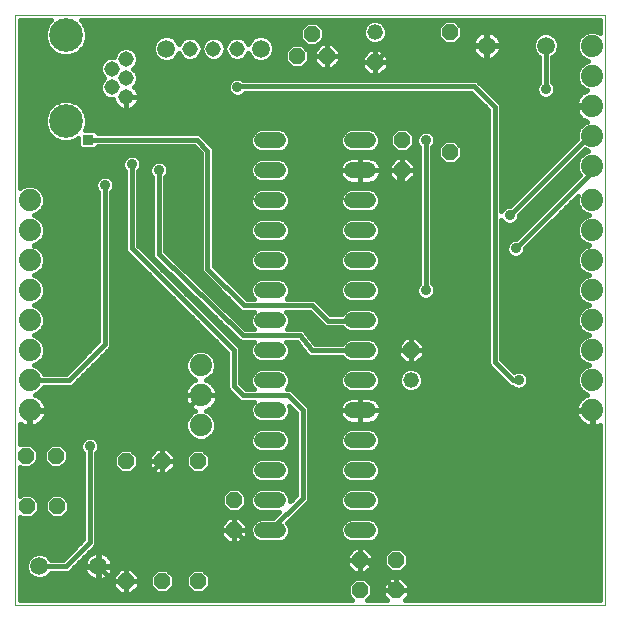
<source format=gbl>
G75*
%MOIN*%
%OFA0B0*%
%FSLAX25Y25*%
%IPPOS*%
%LPD*%
%AMOC8*
5,1,8,0,0,1.08239X$1,22.5*
%
%ADD10C,0.00000*%
%ADD11OC8,0.05200*%
%ADD12C,0.05200*%
%ADD13C,0.05150*%
%ADD14C,0.11220*%
%ADD15C,0.07400*%
%ADD16C,0.05200*%
%ADD17C,0.05937*%
%ADD18C,0.01600*%
%ADD19C,0.03562*%
%ADD20R,0.03562X0.03562*%
D10*
X0006800Y0021800D02*
X0006800Y0218650D01*
X0203650Y0218650D01*
X0203650Y0021800D01*
X0006800Y0021800D01*
D11*
X0010800Y0054800D03*
X0020800Y0054800D03*
X0020493Y0071619D03*
X0010493Y0071619D03*
X0043800Y0069800D03*
X0055800Y0069800D03*
X0067800Y0069800D03*
X0079800Y0056800D03*
X0079800Y0046800D03*
X0067800Y0029800D03*
X0055800Y0029800D03*
X0043800Y0029800D03*
X0121800Y0026800D03*
X0121800Y0036800D03*
X0133800Y0036800D03*
X0133800Y0026800D03*
X0138800Y0106800D03*
X0135800Y0166800D03*
X0135800Y0176800D03*
X0151800Y0172800D03*
X0126800Y0202800D03*
X0110800Y0204800D03*
X0105800Y0212300D03*
X0100800Y0204800D03*
X0151800Y0212800D03*
D12*
X0126800Y0212800D03*
X0138800Y0096800D03*
D13*
X0043847Y0191249D03*
X0039123Y0194398D03*
X0043847Y0197548D03*
X0039123Y0200698D03*
X0043847Y0203847D03*
X0065162Y0207343D03*
X0073036Y0207343D03*
X0080910Y0207343D03*
D14*
X0023769Y0211918D03*
X0023769Y0183178D03*
D15*
X0011800Y0156800D03*
X0011800Y0146800D03*
X0011800Y0136800D03*
X0011800Y0126800D03*
X0011800Y0116800D03*
X0011800Y0106800D03*
X0011800Y0096800D03*
X0011800Y0086800D03*
X0068800Y0081800D03*
X0068800Y0091800D03*
X0068800Y0101800D03*
X0199300Y0096800D03*
X0199300Y0106800D03*
X0199300Y0116800D03*
X0199300Y0126800D03*
X0199300Y0136800D03*
X0199300Y0146800D03*
X0199300Y0156800D03*
X0199280Y0168233D03*
X0199280Y0178233D03*
X0199280Y0188233D03*
X0199280Y0198233D03*
X0199280Y0208233D03*
X0199300Y0086800D03*
D16*
X0124557Y0086745D02*
X0119357Y0086745D01*
X0119357Y0076745D02*
X0124557Y0076745D01*
X0124557Y0066745D02*
X0119357Y0066745D01*
X0119357Y0056745D02*
X0124557Y0056745D01*
X0124557Y0046745D02*
X0119357Y0046745D01*
X0094557Y0046745D02*
X0089357Y0046745D01*
X0089357Y0056745D02*
X0094557Y0056745D01*
X0094557Y0066745D02*
X0089357Y0066745D01*
X0089357Y0076745D02*
X0094557Y0076745D01*
X0094557Y0086745D02*
X0089357Y0086745D01*
X0089357Y0096745D02*
X0094557Y0096745D01*
X0094557Y0106745D02*
X0089357Y0106745D01*
X0089357Y0116745D02*
X0094557Y0116745D01*
X0094557Y0126745D02*
X0089357Y0126745D01*
X0089357Y0136745D02*
X0094557Y0136745D01*
X0094557Y0146745D02*
X0089357Y0146745D01*
X0089357Y0156745D02*
X0094557Y0156745D01*
X0094557Y0166745D02*
X0089357Y0166745D01*
X0089357Y0176745D02*
X0094557Y0176745D01*
X0119357Y0176745D02*
X0124557Y0176745D01*
X0124557Y0166745D02*
X0119357Y0166745D01*
X0119357Y0156745D02*
X0124557Y0156745D01*
X0124557Y0146745D02*
X0119357Y0146745D01*
X0119357Y0136745D02*
X0124557Y0136745D01*
X0124557Y0126745D02*
X0119357Y0126745D01*
X0119357Y0116745D02*
X0124557Y0116745D01*
X0124557Y0106745D02*
X0119357Y0106745D01*
X0119357Y0096745D02*
X0124557Y0096745D01*
D17*
X0034643Y0034800D03*
X0014957Y0034800D03*
X0057288Y0207343D03*
X0088784Y0207343D03*
X0164083Y0208351D03*
X0183769Y0208351D03*
D18*
X0183800Y0208320D01*
X0183800Y0193800D01*
X0186061Y0196038D02*
X0194669Y0196038D01*
X0194957Y0195344D02*
X0196391Y0193909D01*
X0197517Y0193443D01*
X0197169Y0193330D01*
X0196398Y0192937D01*
X0195697Y0192428D01*
X0195085Y0191816D01*
X0194576Y0191116D01*
X0194183Y0190344D01*
X0193916Y0189521D01*
X0193780Y0188666D01*
X0193780Y0188433D01*
X0199080Y0188433D01*
X0199080Y0188033D01*
X0193780Y0188033D01*
X0193780Y0187800D01*
X0193916Y0186945D01*
X0194183Y0186122D01*
X0194576Y0185350D01*
X0195085Y0184650D01*
X0195697Y0184038D01*
X0196398Y0183529D01*
X0197169Y0183136D01*
X0197517Y0183023D01*
X0196391Y0182557D01*
X0194957Y0181122D01*
X0194180Y0179248D01*
X0194180Y0177292D01*
X0171870Y0154981D01*
X0171167Y0154981D01*
X0169998Y0154497D01*
X0169103Y0153602D01*
X0169000Y0153353D01*
X0169000Y0188711D01*
X0162000Y0195711D01*
X0160711Y0197000D01*
X0082949Y0197000D01*
X0082736Y0197213D01*
X0081567Y0197698D01*
X0080301Y0197698D01*
X0079132Y0197213D01*
X0078237Y0196318D01*
X0077753Y0195149D01*
X0077753Y0193884D01*
X0078237Y0192715D01*
X0079132Y0191820D01*
X0080301Y0191335D01*
X0081567Y0191335D01*
X0082736Y0191820D01*
X0083516Y0192600D01*
X0158889Y0192600D01*
X0164600Y0186889D01*
X0164600Y0101889D01*
X0165889Y0100600D01*
X0171889Y0094600D01*
X0172501Y0094600D01*
X0172998Y0094103D01*
X0174167Y0093619D01*
X0175433Y0093619D01*
X0176602Y0094103D01*
X0177497Y0094998D01*
X0177981Y0096167D01*
X0177981Y0097433D01*
X0177497Y0098602D01*
X0176602Y0099497D01*
X0175433Y0099981D01*
X0174167Y0099981D01*
X0173151Y0099560D01*
X0169000Y0103711D01*
X0169000Y0150247D01*
X0169103Y0149998D01*
X0169998Y0149103D01*
X0171167Y0148619D01*
X0172433Y0148619D01*
X0173602Y0149103D01*
X0174497Y0149998D01*
X0174981Y0151167D01*
X0174981Y0151870D01*
X0196836Y0173725D01*
X0198024Y0173233D01*
X0196391Y0172557D01*
X0194957Y0171122D01*
X0194180Y0169248D01*
X0194180Y0167219D01*
X0194957Y0165344D01*
X0195095Y0165206D01*
X0173870Y0143981D01*
X0173167Y0143981D01*
X0171998Y0143497D01*
X0171103Y0142602D01*
X0170619Y0141433D01*
X0170619Y0140167D01*
X0171103Y0138998D01*
X0171998Y0138103D01*
X0173167Y0137619D01*
X0174433Y0137619D01*
X0175602Y0138103D01*
X0176497Y0138998D01*
X0176981Y0140167D01*
X0176981Y0140870D01*
X0194394Y0158283D01*
X0194200Y0157814D01*
X0194200Y0155786D01*
X0194976Y0153911D01*
X0196411Y0152476D01*
X0198044Y0151800D01*
X0196411Y0151124D01*
X0194976Y0149689D01*
X0194200Y0147814D01*
X0194200Y0145786D01*
X0194976Y0143911D01*
X0196411Y0142476D01*
X0198044Y0141800D01*
X0196411Y0141124D01*
X0194976Y0139689D01*
X0194200Y0137814D01*
X0194200Y0135786D01*
X0194976Y0133911D01*
X0196411Y0132476D01*
X0198044Y0131800D01*
X0196411Y0131124D01*
X0194976Y0129689D01*
X0194200Y0127814D01*
X0194200Y0125786D01*
X0194976Y0123911D01*
X0196411Y0122476D01*
X0198044Y0121800D01*
X0196411Y0121124D01*
X0194976Y0119689D01*
X0194200Y0117814D01*
X0194200Y0115786D01*
X0194976Y0113911D01*
X0196411Y0112476D01*
X0198044Y0111800D01*
X0196411Y0111124D01*
X0194976Y0109689D01*
X0194200Y0107814D01*
X0194200Y0105786D01*
X0194976Y0103911D01*
X0196411Y0102476D01*
X0198044Y0101800D01*
X0196411Y0101124D01*
X0194976Y0099689D01*
X0194200Y0097814D01*
X0194200Y0095786D01*
X0194976Y0093911D01*
X0196411Y0092476D01*
X0197537Y0092010D01*
X0197189Y0091897D01*
X0196417Y0091504D01*
X0195717Y0090995D01*
X0195105Y0090383D01*
X0194596Y0089683D01*
X0194203Y0088911D01*
X0193935Y0088088D01*
X0193800Y0087233D01*
X0193800Y0087000D01*
X0199100Y0087000D01*
X0199100Y0086600D01*
X0199500Y0086600D01*
X0199500Y0081300D01*
X0199733Y0081300D01*
X0200588Y0081435D01*
X0201411Y0081703D01*
X0201850Y0081927D01*
X0201850Y0023600D01*
X0136823Y0023600D01*
X0138200Y0024977D01*
X0138200Y0026800D01*
X0138200Y0028623D01*
X0135623Y0031200D01*
X0133800Y0031200D01*
X0133800Y0026800D01*
X0123800Y0036800D01*
X0121800Y0036800D01*
X0089800Y0036800D01*
X0079800Y0046800D01*
X0062800Y0046800D01*
X0055800Y0053800D01*
X0055800Y0069800D01*
X0055800Y0077800D01*
X0046800Y0086800D01*
X0011800Y0086800D01*
X0012000Y0086600D02*
X0012000Y0087000D01*
X0017300Y0087000D01*
X0017300Y0087233D01*
X0017165Y0088088D01*
X0016897Y0088911D01*
X0016504Y0089683D01*
X0015995Y0090383D01*
X0015383Y0090995D01*
X0014683Y0091504D01*
X0013911Y0091897D01*
X0013563Y0092010D01*
X0014689Y0092476D01*
X0016124Y0093911D01*
X0016409Y0094600D01*
X0025711Y0094600D01*
X0037711Y0106600D01*
X0039000Y0107889D01*
X0039000Y0159501D01*
X0039497Y0159998D01*
X0039981Y0161167D01*
X0039981Y0162433D01*
X0039497Y0163602D01*
X0038602Y0164497D01*
X0037433Y0164981D01*
X0036167Y0164981D01*
X0034998Y0164497D01*
X0034103Y0163602D01*
X0033619Y0162433D01*
X0033619Y0161167D01*
X0034103Y0159998D01*
X0034600Y0159501D01*
X0034600Y0109711D01*
X0023889Y0099000D01*
X0016409Y0099000D01*
X0016124Y0099689D01*
X0014689Y0101124D01*
X0013056Y0101800D01*
X0014689Y0102476D01*
X0016124Y0103911D01*
X0016900Y0105786D01*
X0016900Y0107814D01*
X0016124Y0109689D01*
X0014689Y0111124D01*
X0013056Y0111800D01*
X0014689Y0112476D01*
X0016124Y0113911D01*
X0016900Y0115786D01*
X0016900Y0117814D01*
X0016124Y0119689D01*
X0014689Y0121124D01*
X0013056Y0121800D01*
X0014689Y0122476D01*
X0016124Y0123911D01*
X0016900Y0125786D01*
X0016900Y0127814D01*
X0016124Y0129689D01*
X0014689Y0131124D01*
X0013056Y0131800D01*
X0014689Y0132476D01*
X0016124Y0133911D01*
X0016900Y0135786D01*
X0016900Y0137814D01*
X0016124Y0139689D01*
X0014689Y0141124D01*
X0013056Y0141800D01*
X0014689Y0142476D01*
X0016124Y0143911D01*
X0016900Y0145786D01*
X0016900Y0147814D01*
X0016124Y0149689D01*
X0014689Y0151124D01*
X0013056Y0151800D01*
X0014689Y0152476D01*
X0016124Y0153911D01*
X0016900Y0155786D01*
X0016900Y0157814D01*
X0016124Y0159689D01*
X0014689Y0161124D01*
X0012814Y0161900D01*
X0010786Y0161900D01*
X0008911Y0161124D01*
X0008600Y0160812D01*
X0008600Y0216850D01*
X0018787Y0216850D01*
X0017826Y0215889D01*
X0016758Y0213313D01*
X0016758Y0210524D01*
X0017826Y0207947D01*
X0019798Y0205975D01*
X0022374Y0204908D01*
X0025163Y0204908D01*
X0027739Y0205975D01*
X0029711Y0207947D01*
X0030779Y0210524D01*
X0030779Y0213313D01*
X0029711Y0215889D01*
X0028750Y0216850D01*
X0201850Y0216850D01*
X0201850Y0212689D01*
X0200295Y0213333D01*
X0198266Y0213333D01*
X0196391Y0212557D01*
X0194957Y0211122D01*
X0194180Y0209248D01*
X0194180Y0207219D01*
X0194957Y0205344D01*
X0196391Y0203909D01*
X0198024Y0203233D01*
X0196391Y0202557D01*
X0194957Y0201122D01*
X0194180Y0199248D01*
X0194180Y0197219D01*
X0194957Y0195344D01*
X0195862Y0194439D02*
X0186978Y0194439D01*
X0186981Y0194433D02*
X0186497Y0195602D01*
X0186000Y0196099D01*
X0186000Y0204547D01*
X0186243Y0204648D01*
X0187472Y0205877D01*
X0188137Y0207482D01*
X0188137Y0209220D01*
X0187472Y0210826D01*
X0186243Y0212055D01*
X0184637Y0212720D01*
X0182900Y0212720D01*
X0181294Y0212055D01*
X0180065Y0210826D01*
X0179400Y0209220D01*
X0179400Y0207482D01*
X0180065Y0205877D01*
X0181294Y0204648D01*
X0181600Y0204521D01*
X0181600Y0196099D01*
X0181103Y0195602D01*
X0180619Y0194433D01*
X0180619Y0193167D01*
X0181103Y0191998D01*
X0181998Y0191103D01*
X0183167Y0190619D01*
X0184433Y0190619D01*
X0185602Y0191103D01*
X0186497Y0191998D01*
X0186981Y0193167D01*
X0186981Y0194433D01*
X0186846Y0192841D02*
X0196265Y0192841D01*
X0194668Y0191242D02*
X0185741Y0191242D01*
X0181859Y0191242D02*
X0166469Y0191242D01*
X0168068Y0189644D02*
X0193956Y0189644D01*
X0194078Y0186447D02*
X0169000Y0186447D01*
X0169000Y0188045D02*
X0199080Y0188045D01*
X0199280Y0188233D02*
X0199217Y0188296D01*
X0172902Y0188296D01*
X0164083Y0197115D01*
X0164083Y0208351D01*
X0132351Y0208351D01*
X0126800Y0202800D01*
X0119800Y0202800D01*
X0117800Y0204800D01*
X0110800Y0204800D01*
X0115200Y0204800D01*
X0115200Y0206623D01*
X0112623Y0209200D01*
X0110800Y0209200D01*
X0110800Y0204800D01*
X0110800Y0204800D01*
X0110800Y0204800D01*
X0115200Y0204800D01*
X0115200Y0202977D01*
X0112623Y0200400D01*
X0110800Y0200400D01*
X0110800Y0204800D01*
X0110800Y0204800D01*
X0110800Y0204800D01*
X0106400Y0204800D01*
X0106400Y0206623D01*
X0108977Y0209200D01*
X0110800Y0209200D01*
X0110800Y0204800D01*
X0110800Y0200400D01*
X0108977Y0200400D01*
X0106400Y0202977D01*
X0106400Y0204800D01*
X0110800Y0204800D01*
X0110800Y0204030D02*
X0110800Y0204030D01*
X0110800Y0202432D02*
X0110800Y0202432D01*
X0110800Y0200833D02*
X0110800Y0200833D01*
X0113056Y0200833D02*
X0122544Y0200833D01*
X0122400Y0200977D02*
X0124977Y0198400D01*
X0126800Y0198400D01*
X0128623Y0198400D01*
X0131200Y0200977D01*
X0131200Y0202800D01*
X0131200Y0204623D01*
X0128623Y0207200D01*
X0126800Y0207200D01*
X0126800Y0202800D01*
X0126800Y0202800D01*
X0131200Y0202800D01*
X0126800Y0202800D01*
X0126800Y0202800D01*
X0126800Y0202800D01*
X0122400Y0202800D01*
X0122400Y0204623D01*
X0124977Y0207200D01*
X0126800Y0207200D01*
X0126800Y0202800D01*
X0126800Y0198400D01*
X0126800Y0202800D01*
X0126800Y0202800D01*
X0122400Y0202800D01*
X0122400Y0200977D01*
X0122400Y0202432D02*
X0114654Y0202432D01*
X0115200Y0204030D02*
X0122400Y0204030D01*
X0123406Y0205629D02*
X0115200Y0205629D01*
X0114595Y0207227D02*
X0159435Y0207227D01*
X0159432Y0207235D02*
X0159664Y0206521D01*
X0160005Y0205852D01*
X0160446Y0205245D01*
X0160977Y0204714D01*
X0161584Y0204273D01*
X0162253Y0203932D01*
X0162967Y0203700D01*
X0163708Y0203583D01*
X0163899Y0203583D01*
X0163899Y0208167D01*
X0159315Y0208167D01*
X0159315Y0207976D01*
X0159432Y0207235D01*
X0159315Y0208535D02*
X0163899Y0208535D01*
X0163899Y0208167D01*
X0164268Y0208167D01*
X0164268Y0208535D01*
X0168852Y0208535D01*
X0168852Y0208726D01*
X0168735Y0209468D01*
X0168503Y0210182D01*
X0168162Y0210850D01*
X0167721Y0211458D01*
X0167190Y0211988D01*
X0166583Y0212430D01*
X0165914Y0212770D01*
X0165200Y0213002D01*
X0164459Y0213120D01*
X0164268Y0213120D01*
X0164268Y0208536D01*
X0163899Y0208536D01*
X0163899Y0213120D01*
X0163708Y0213120D01*
X0162967Y0213002D01*
X0162253Y0212770D01*
X0161584Y0212430D01*
X0160977Y0211988D01*
X0160446Y0211458D01*
X0160005Y0210850D01*
X0159664Y0210182D01*
X0159432Y0209468D01*
X0159315Y0208726D01*
X0159315Y0208535D01*
X0159331Y0208826D02*
X0153483Y0208826D01*
X0153457Y0208800D02*
X0155800Y0211143D01*
X0155800Y0214457D01*
X0153457Y0216800D01*
X0150143Y0216800D01*
X0147800Y0214457D01*
X0147800Y0211143D01*
X0150143Y0208800D01*
X0153457Y0208800D01*
X0155081Y0210424D02*
X0159788Y0210424D01*
X0161024Y0212023D02*
X0155800Y0212023D01*
X0155800Y0213621D02*
X0201850Y0213621D01*
X0201850Y0215220D02*
X0155037Y0215220D01*
X0148563Y0215220D02*
X0130037Y0215220D01*
X0130191Y0215066D02*
X0129066Y0216191D01*
X0127596Y0216800D01*
X0126004Y0216800D01*
X0124534Y0216191D01*
X0123409Y0215066D01*
X0122800Y0213596D01*
X0122800Y0212004D01*
X0123409Y0210534D01*
X0124534Y0209409D01*
X0126004Y0208800D01*
X0127596Y0208800D01*
X0129066Y0209409D01*
X0130191Y0210534D01*
X0130800Y0212004D01*
X0130800Y0213596D01*
X0130191Y0215066D01*
X0130789Y0213621D02*
X0147800Y0213621D01*
X0147800Y0212023D02*
X0130800Y0212023D01*
X0130081Y0210424D02*
X0148519Y0210424D01*
X0150117Y0208826D02*
X0127658Y0208826D01*
X0125942Y0208826D02*
X0112997Y0208826D01*
X0110800Y0208826D02*
X0110800Y0208826D01*
X0110800Y0207227D02*
X0110800Y0207227D01*
X0110800Y0205629D02*
X0110800Y0205629D01*
X0107005Y0207227D02*
X0104030Y0207227D01*
X0104143Y0208300D02*
X0107457Y0208300D01*
X0109800Y0210643D01*
X0109800Y0213957D01*
X0107457Y0216300D01*
X0104143Y0216300D01*
X0101800Y0213957D01*
X0101800Y0210643D01*
X0104143Y0208300D01*
X0103617Y0208826D02*
X0092899Y0208826D01*
X0093153Y0208212D02*
X0092488Y0209818D01*
X0091259Y0211047D01*
X0089653Y0211712D01*
X0087915Y0211712D01*
X0086310Y0211047D01*
X0085081Y0209818D01*
X0084634Y0208740D01*
X0084280Y0209595D01*
X0083162Y0210713D01*
X0081701Y0211318D01*
X0080120Y0211318D01*
X0078659Y0210713D01*
X0077541Y0209595D01*
X0076973Y0208225D01*
X0076406Y0209595D01*
X0075288Y0210713D01*
X0073827Y0211318D01*
X0072246Y0211318D01*
X0070785Y0210713D01*
X0069667Y0209595D01*
X0069099Y0208225D01*
X0068532Y0209595D01*
X0067414Y0210713D01*
X0065953Y0211318D01*
X0064372Y0211318D01*
X0062911Y0210713D01*
X0061793Y0209595D01*
X0061438Y0208740D01*
X0060992Y0209818D01*
X0059763Y0211047D01*
X0058157Y0211712D01*
X0056419Y0211712D01*
X0054814Y0211047D01*
X0053585Y0209818D01*
X0052920Y0208212D01*
X0052920Y0206474D01*
X0053585Y0204869D01*
X0054814Y0203640D01*
X0056419Y0202975D01*
X0058157Y0202975D01*
X0059763Y0203640D01*
X0060992Y0204869D01*
X0061438Y0205947D01*
X0061793Y0205092D01*
X0062911Y0203974D01*
X0064372Y0203369D01*
X0065953Y0203369D01*
X0067414Y0203974D01*
X0068532Y0205092D01*
X0069099Y0206461D01*
X0069667Y0205092D01*
X0070785Y0203974D01*
X0072246Y0203369D01*
X0073827Y0203369D01*
X0075288Y0203974D01*
X0076406Y0205092D01*
X0076973Y0206461D01*
X0077541Y0205092D01*
X0078659Y0203974D01*
X0080120Y0203369D01*
X0081701Y0203369D01*
X0083162Y0203974D01*
X0084280Y0205092D01*
X0084634Y0205947D01*
X0085081Y0204869D01*
X0086310Y0203640D01*
X0087915Y0202975D01*
X0089653Y0202975D01*
X0091259Y0203640D01*
X0092488Y0204869D01*
X0093153Y0206474D01*
X0093153Y0208212D01*
X0093153Y0207227D02*
X0097570Y0207227D01*
X0096800Y0206457D02*
X0096800Y0203143D01*
X0099143Y0200800D01*
X0102457Y0200800D01*
X0104800Y0203143D01*
X0104800Y0206457D01*
X0102457Y0208800D01*
X0099143Y0208800D01*
X0096800Y0206457D01*
X0096800Y0205629D02*
X0092803Y0205629D01*
X0091649Y0204030D02*
X0096800Y0204030D01*
X0097511Y0202432D02*
X0047563Y0202432D01*
X0047822Y0203057D02*
X0047822Y0204638D01*
X0047217Y0206099D01*
X0046099Y0207217D01*
X0044638Y0207822D01*
X0043057Y0207822D01*
X0041596Y0207217D01*
X0040478Y0206099D01*
X0039887Y0204672D01*
X0038332Y0204672D01*
X0036871Y0204067D01*
X0035753Y0202949D01*
X0035148Y0201488D01*
X0035148Y0199907D01*
X0035753Y0198446D01*
X0036651Y0197548D01*
X0035753Y0196650D01*
X0035148Y0195189D01*
X0035148Y0193608D01*
X0035753Y0192147D01*
X0036871Y0191029D01*
X0038332Y0190424D01*
X0039549Y0190424D01*
X0039580Y0190224D01*
X0039793Y0189569D01*
X0040106Y0188956D01*
X0040510Y0188399D01*
X0040997Y0187912D01*
X0041554Y0187507D01*
X0042168Y0187195D01*
X0042823Y0186982D01*
X0043503Y0186874D01*
X0043847Y0186874D01*
X0043847Y0191249D01*
X0043847Y0191249D01*
X0048222Y0191249D01*
X0048222Y0191593D01*
X0048114Y0192273D01*
X0047902Y0192928D01*
X0047589Y0193542D01*
X0047184Y0194099D01*
X0046697Y0194586D01*
X0046587Y0194666D01*
X0047217Y0195296D01*
X0047822Y0196757D01*
X0047822Y0198339D01*
X0047217Y0199800D01*
X0046319Y0200698D01*
X0047217Y0201596D01*
X0047822Y0203057D01*
X0047822Y0204030D02*
X0054423Y0204030D01*
X0053270Y0205629D02*
X0047412Y0205629D01*
X0046074Y0207227D02*
X0052920Y0207227D01*
X0053174Y0208826D02*
X0030075Y0208826D01*
X0030738Y0210424D02*
X0054191Y0210424D01*
X0060385Y0210424D02*
X0062622Y0210424D01*
X0061474Y0208826D02*
X0061403Y0208826D01*
X0061306Y0205629D02*
X0061570Y0205629D01*
X0062854Y0204030D02*
X0060153Y0204030D01*
X0067470Y0204030D02*
X0070728Y0204030D01*
X0069444Y0205629D02*
X0068754Y0205629D01*
X0068850Y0208826D02*
X0069348Y0208826D01*
X0070496Y0210424D02*
X0067702Y0210424D01*
X0075576Y0210424D02*
X0078370Y0210424D01*
X0077222Y0208826D02*
X0076724Y0208826D01*
X0076628Y0205629D02*
X0077318Y0205629D01*
X0078602Y0204030D02*
X0075344Y0204030D01*
X0080153Y0197636D02*
X0047822Y0197636D01*
X0047524Y0196038D02*
X0078121Y0196038D01*
X0077753Y0194439D02*
X0046844Y0194439D01*
X0047930Y0192841D02*
X0078185Y0192841D01*
X0080934Y0194517D02*
X0081217Y0194800D01*
X0159800Y0194800D01*
X0081217Y0194800D01*
X0081715Y0197636D02*
X0181600Y0197636D01*
X0181600Y0199235D02*
X0129457Y0199235D01*
X0131056Y0200833D02*
X0181600Y0200833D01*
X0181600Y0202432D02*
X0131200Y0202432D01*
X0131200Y0204030D02*
X0162060Y0204030D01*
X0163899Y0204030D02*
X0164268Y0204030D01*
X0164268Y0203583D02*
X0164459Y0203583D01*
X0165200Y0203700D01*
X0165914Y0203932D01*
X0166583Y0204273D01*
X0167190Y0204714D01*
X0167721Y0205245D01*
X0168162Y0205852D01*
X0168503Y0206521D01*
X0168735Y0207235D01*
X0168852Y0207976D01*
X0168852Y0208167D01*
X0164268Y0208167D01*
X0164268Y0203583D01*
X0166107Y0204030D02*
X0181600Y0204030D01*
X0180313Y0205629D02*
X0168000Y0205629D01*
X0168732Y0207227D02*
X0179506Y0207227D01*
X0179400Y0208826D02*
X0168836Y0208826D01*
X0168379Y0210424D02*
X0179899Y0210424D01*
X0181262Y0212023D02*
X0167142Y0212023D01*
X0164268Y0212023D02*
X0163899Y0212023D01*
X0163899Y0210424D02*
X0164268Y0210424D01*
X0164268Y0208826D02*
X0163899Y0208826D01*
X0163899Y0207227D02*
X0164268Y0207227D01*
X0164268Y0205629D02*
X0163899Y0205629D01*
X0160167Y0205629D02*
X0130194Y0205629D01*
X0126800Y0205629D02*
X0126800Y0205629D01*
X0126800Y0204030D02*
X0126800Y0204030D01*
X0126800Y0202432D02*
X0126800Y0202432D01*
X0126800Y0200833D02*
X0126800Y0200833D01*
X0126800Y0199235D02*
X0126800Y0199235D01*
X0124143Y0199235D02*
X0047451Y0199235D01*
X0046454Y0200833D02*
X0099110Y0200833D01*
X0102490Y0200833D02*
X0108544Y0200833D01*
X0106946Y0202432D02*
X0104089Y0202432D01*
X0104800Y0204030D02*
X0106400Y0204030D01*
X0106400Y0205629D02*
X0104800Y0205629D01*
X0107983Y0208826D02*
X0108603Y0208826D01*
X0109581Y0210424D02*
X0123519Y0210424D01*
X0122800Y0212023D02*
X0109800Y0212023D01*
X0109800Y0213621D02*
X0122811Y0213621D01*
X0123563Y0215220D02*
X0108537Y0215220D01*
X0103063Y0215220D02*
X0029989Y0215220D01*
X0030651Y0213621D02*
X0101800Y0213621D01*
X0101800Y0212023D02*
X0030779Y0212023D01*
X0028992Y0207227D02*
X0041621Y0207227D01*
X0040283Y0205629D02*
X0026903Y0205629D01*
X0020634Y0205629D02*
X0008600Y0205629D01*
X0008600Y0207227D02*
X0018545Y0207227D01*
X0017462Y0208826D02*
X0008600Y0208826D01*
X0008600Y0210424D02*
X0016799Y0210424D01*
X0016758Y0212023D02*
X0008600Y0212023D01*
X0008600Y0213621D02*
X0016886Y0213621D01*
X0017548Y0215220D02*
X0008600Y0215220D01*
X0008600Y0216818D02*
X0018755Y0216818D01*
X0028782Y0216818D02*
X0201850Y0216818D01*
X0195858Y0212023D02*
X0186275Y0212023D01*
X0187638Y0210424D02*
X0194668Y0210424D01*
X0194180Y0208826D02*
X0188137Y0208826D01*
X0188031Y0207227D02*
X0194180Y0207227D01*
X0194839Y0205629D02*
X0187224Y0205629D01*
X0186000Y0204030D02*
X0196271Y0204030D01*
X0196267Y0202432D02*
X0186000Y0202432D01*
X0186000Y0200833D02*
X0194837Y0200833D01*
X0194180Y0199235D02*
X0186000Y0199235D01*
X0186000Y0197636D02*
X0194180Y0197636D01*
X0181539Y0196038D02*
X0161674Y0196038D01*
X0159800Y0194800D02*
X0166800Y0187800D01*
X0166800Y0102800D01*
X0172800Y0096800D01*
X0174800Y0096800D01*
X0177981Y0096930D02*
X0194200Y0096930D01*
X0194388Y0095332D02*
X0177635Y0095332D01*
X0175708Y0093733D02*
X0195154Y0093733D01*
X0197237Y0092134D02*
X0100577Y0092134D01*
X0102175Y0090536D02*
X0117106Y0090536D01*
X0117051Y0090508D02*
X0116491Y0090101D01*
X0116001Y0089611D01*
X0115594Y0089051D01*
X0115280Y0088434D01*
X0115066Y0087775D01*
X0114957Y0087091D01*
X0114957Y0086745D01*
X0121957Y0086745D01*
X0121957Y0086745D01*
X0114957Y0086745D01*
X0114957Y0086399D01*
X0115066Y0085715D01*
X0115280Y0085056D01*
X0115594Y0084439D01*
X0116001Y0083878D01*
X0116491Y0083389D01*
X0117051Y0082982D01*
X0117668Y0082667D01*
X0118327Y0082453D01*
X0119011Y0082345D01*
X0121957Y0082345D01*
X0121957Y0086745D01*
X0121957Y0091145D01*
X0119011Y0091145D01*
X0118327Y0091037D01*
X0117668Y0090823D01*
X0117051Y0090508D01*
X0115536Y0088937D02*
X0103774Y0088937D01*
X0103711Y0089000D02*
X0098711Y0094000D01*
X0097469Y0094000D01*
X0097949Y0094479D01*
X0098557Y0095949D01*
X0098557Y0097541D01*
X0097949Y0099011D01*
X0096823Y0100136D01*
X0095353Y0100745D01*
X0088562Y0100745D01*
X0087092Y0100136D01*
X0085966Y0099011D01*
X0085357Y0097541D01*
X0085357Y0095949D01*
X0085966Y0094479D01*
X0086446Y0094000D01*
X0083711Y0094000D01*
X0082000Y0095711D01*
X0082000Y0107711D01*
X0080711Y0109000D01*
X0048000Y0141711D01*
X0048000Y0166501D01*
X0048497Y0166998D01*
X0048981Y0168167D01*
X0048981Y0169433D01*
X0048497Y0170602D01*
X0047602Y0171497D01*
X0046433Y0171981D01*
X0045167Y0171981D01*
X0043998Y0171497D01*
X0043103Y0170602D01*
X0042619Y0169433D01*
X0042619Y0168167D01*
X0043103Y0166998D01*
X0043600Y0166501D01*
X0043600Y0139889D01*
X0077600Y0105889D01*
X0077600Y0093889D01*
X0080600Y0090889D01*
X0081889Y0089600D01*
X0086556Y0089600D01*
X0085966Y0089011D01*
X0085357Y0087541D01*
X0085357Y0085949D01*
X0085966Y0084479D01*
X0087092Y0083354D01*
X0088562Y0082745D01*
X0095353Y0082745D01*
X0096823Y0083354D01*
X0097949Y0084479D01*
X0098557Y0085949D01*
X0098557Y0087541D01*
X0098281Y0088208D01*
X0100600Y0085889D01*
X0100600Y0058499D01*
X0098557Y0056456D01*
X0098557Y0057541D01*
X0097949Y0059011D01*
X0096823Y0060136D01*
X0095353Y0060745D01*
X0088562Y0060745D01*
X0087092Y0060136D01*
X0085966Y0059011D01*
X0085357Y0057541D01*
X0085357Y0055949D01*
X0085966Y0054479D01*
X0087092Y0053354D01*
X0088562Y0052745D01*
X0094846Y0052745D01*
X0092846Y0050745D01*
X0088562Y0050745D01*
X0087092Y0050136D01*
X0085966Y0049011D01*
X0085357Y0047541D01*
X0085357Y0045949D01*
X0085966Y0044479D01*
X0087092Y0043354D01*
X0088562Y0042745D01*
X0095353Y0042745D01*
X0096823Y0043354D01*
X0097949Y0044479D01*
X0098557Y0045949D01*
X0098557Y0047541D01*
X0097949Y0049011D01*
X0097642Y0049318D01*
X0105000Y0056676D01*
X0105000Y0087711D01*
X0103711Y0089000D01*
X0105000Y0087339D02*
X0114997Y0087339D01*
X0115062Y0085740D02*
X0105000Y0085740D01*
X0105000Y0084142D02*
X0115810Y0084142D01*
X0118049Y0082543D02*
X0105000Y0082543D01*
X0105000Y0080945D02*
X0201850Y0080945D01*
X0201850Y0079346D02*
X0127613Y0079346D01*
X0127949Y0079011D02*
X0126823Y0080136D01*
X0125353Y0080745D01*
X0118562Y0080745D01*
X0117092Y0080136D01*
X0115966Y0079011D01*
X0115357Y0077541D01*
X0115357Y0075949D01*
X0115966Y0074479D01*
X0117092Y0073354D01*
X0118562Y0072745D01*
X0125353Y0072745D01*
X0126823Y0073354D01*
X0127949Y0074479D01*
X0128557Y0075949D01*
X0128557Y0077541D01*
X0127949Y0079011D01*
X0128472Y0077748D02*
X0201850Y0077748D01*
X0201850Y0076149D02*
X0128557Y0076149D01*
X0127978Y0074551D02*
X0201850Y0074551D01*
X0201850Y0072952D02*
X0125854Y0072952D01*
X0125353Y0070745D02*
X0126823Y0070136D01*
X0127949Y0069011D01*
X0128557Y0067541D01*
X0128557Y0065949D01*
X0127949Y0064479D01*
X0126823Y0063354D01*
X0125353Y0062745D01*
X0118562Y0062745D01*
X0117092Y0063354D01*
X0115966Y0064479D01*
X0115357Y0065949D01*
X0115357Y0067541D01*
X0115966Y0069011D01*
X0117092Y0070136D01*
X0118562Y0070745D01*
X0125353Y0070745D01*
X0127204Y0069755D02*
X0201850Y0069755D01*
X0201850Y0068157D02*
X0128302Y0068157D01*
X0128557Y0066558D02*
X0201850Y0066558D01*
X0201850Y0064960D02*
X0128148Y0064960D01*
X0126831Y0063361D02*
X0201850Y0063361D01*
X0201850Y0061763D02*
X0105000Y0061763D01*
X0105000Y0063361D02*
X0117084Y0063361D01*
X0115767Y0064960D02*
X0105000Y0064960D01*
X0105000Y0066558D02*
X0115357Y0066558D01*
X0115613Y0068157D02*
X0105000Y0068157D01*
X0105000Y0069755D02*
X0116711Y0069755D01*
X0118061Y0072952D02*
X0105000Y0072952D01*
X0105000Y0071354D02*
X0201850Y0071354D01*
X0199100Y0081300D02*
X0199100Y0086600D01*
X0193800Y0086600D01*
X0193800Y0086367D01*
X0193935Y0085512D01*
X0194203Y0084689D01*
X0194596Y0083917D01*
X0195105Y0083217D01*
X0195717Y0082605D01*
X0196417Y0082096D01*
X0197189Y0081703D01*
X0198012Y0081435D01*
X0198867Y0081300D01*
X0199100Y0081300D01*
X0199100Y0082543D02*
X0199500Y0082543D01*
X0199500Y0084142D02*
X0199100Y0084142D01*
X0199100Y0085740D02*
X0199500Y0085740D01*
X0199245Y0086745D02*
X0199300Y0086800D01*
X0199300Y0049300D01*
X0176800Y0026800D01*
X0133800Y0026800D01*
X0133800Y0026800D01*
X0138200Y0026800D01*
X0133800Y0026800D01*
X0133800Y0026800D01*
X0133800Y0026800D01*
X0129400Y0026800D01*
X0129400Y0028623D01*
X0131977Y0031200D01*
X0133800Y0031200D01*
X0133800Y0026800D01*
X0129400Y0026800D01*
X0129400Y0024977D01*
X0130777Y0023600D01*
X0124257Y0023600D01*
X0125800Y0025143D01*
X0125800Y0028457D01*
X0123457Y0030800D01*
X0120143Y0030800D01*
X0117800Y0028457D01*
X0117800Y0025143D01*
X0119343Y0023600D01*
X0008600Y0023600D01*
X0008600Y0051343D01*
X0009143Y0050800D01*
X0012457Y0050800D01*
X0014800Y0053143D01*
X0014800Y0056457D01*
X0012457Y0058800D01*
X0009143Y0058800D01*
X0008600Y0058257D01*
X0008600Y0067855D01*
X0008836Y0067619D01*
X0012150Y0067619D01*
X0014493Y0069962D01*
X0014493Y0073276D01*
X0012150Y0075619D01*
X0008836Y0075619D01*
X0008600Y0075383D01*
X0008600Y0082327D01*
X0008917Y0082096D01*
X0009689Y0081703D01*
X0010512Y0081435D01*
X0011367Y0081300D01*
X0011600Y0081300D01*
X0011600Y0086600D01*
X0012000Y0086600D01*
X0017300Y0086600D01*
X0017300Y0086367D01*
X0017165Y0085512D01*
X0016897Y0084689D01*
X0016504Y0083917D01*
X0015995Y0083217D01*
X0015383Y0082605D01*
X0014683Y0082096D01*
X0013911Y0081703D01*
X0013088Y0081435D01*
X0012233Y0081300D01*
X0012000Y0081300D01*
X0012000Y0086600D01*
X0012000Y0085740D02*
X0011600Y0085740D01*
X0011600Y0084142D02*
X0012000Y0084142D01*
X0012000Y0082543D02*
X0011600Y0082543D01*
X0008600Y0080945D02*
X0063700Y0080945D01*
X0063700Y0080786D02*
X0064476Y0078911D01*
X0065911Y0077476D01*
X0067786Y0076700D01*
X0069814Y0076700D01*
X0071689Y0077476D01*
X0073124Y0078911D01*
X0073900Y0080786D01*
X0073900Y0082814D01*
X0073124Y0084689D01*
X0071689Y0086124D01*
X0070563Y0086590D01*
X0070911Y0086703D01*
X0071683Y0087096D01*
X0072383Y0087605D01*
X0072995Y0088217D01*
X0073504Y0088917D01*
X0073897Y0089689D01*
X0074165Y0090512D01*
X0074300Y0091367D01*
X0074300Y0091800D01*
X0074300Y0092233D01*
X0074165Y0093088D01*
X0073897Y0093911D01*
X0073504Y0094683D01*
X0072995Y0095383D01*
X0072383Y0095995D01*
X0071683Y0096504D01*
X0070911Y0096897D01*
X0070563Y0097010D01*
X0071689Y0097476D01*
X0073124Y0098911D01*
X0073900Y0100786D01*
X0073900Y0102814D01*
X0073124Y0104689D01*
X0071689Y0106124D01*
X0069814Y0106900D01*
X0067786Y0106900D01*
X0065911Y0106124D01*
X0064476Y0104689D01*
X0063700Y0102814D01*
X0063700Y0100786D01*
X0064476Y0098911D01*
X0065911Y0097476D01*
X0067037Y0097010D01*
X0066689Y0096897D01*
X0065917Y0096504D01*
X0065217Y0095995D01*
X0064605Y0095383D01*
X0064096Y0094683D01*
X0063703Y0093911D01*
X0063435Y0093088D01*
X0063300Y0092233D01*
X0063300Y0091800D01*
X0068800Y0091800D01*
X0055800Y0078800D01*
X0055800Y0077800D01*
X0055800Y0074200D02*
X0053977Y0074200D01*
X0051400Y0071623D01*
X0051400Y0069800D01*
X0055800Y0069800D01*
X0043800Y0057800D01*
X0043800Y0029800D01*
X0039643Y0029800D01*
X0034643Y0034800D01*
X0034827Y0034984D02*
X0034458Y0034984D01*
X0034458Y0034616D01*
X0029874Y0034616D01*
X0029874Y0034425D01*
X0029991Y0033683D01*
X0030223Y0032970D01*
X0030564Y0032301D01*
X0031005Y0031694D01*
X0031536Y0031163D01*
X0032143Y0030722D01*
X0032812Y0030381D01*
X0033526Y0030149D01*
X0034267Y0030031D01*
X0034458Y0030031D01*
X0034458Y0034616D01*
X0034827Y0034616D01*
X0034827Y0034984D01*
X0039411Y0034984D01*
X0039411Y0035175D01*
X0039294Y0035917D01*
X0039062Y0036630D01*
X0038721Y0037299D01*
X0038280Y0037906D01*
X0037749Y0038437D01*
X0037142Y0038878D01*
X0036473Y0039219D01*
X0035759Y0039451D01*
X0035018Y0039568D01*
X0034827Y0039568D01*
X0034827Y0034984D01*
X0034827Y0034616D02*
X0039411Y0034616D01*
X0039411Y0034425D01*
X0039294Y0033683D01*
X0039062Y0032970D01*
X0038721Y0032301D01*
X0038280Y0031694D01*
X0037749Y0031163D01*
X0037142Y0030722D01*
X0036473Y0030381D01*
X0035759Y0030149D01*
X0035018Y0030031D01*
X0034827Y0030031D01*
X0034827Y0034616D01*
X0034827Y0034588D02*
X0034458Y0034588D01*
X0034458Y0034984D02*
X0029874Y0034984D01*
X0029874Y0035175D01*
X0029991Y0035917D01*
X0030223Y0036630D01*
X0030564Y0037299D01*
X0031005Y0037906D01*
X0031536Y0038437D01*
X0032143Y0038878D01*
X0032812Y0039219D01*
X0033526Y0039451D01*
X0034267Y0039568D01*
X0034458Y0039568D01*
X0034458Y0034984D01*
X0034458Y0036187D02*
X0034827Y0036187D01*
X0034827Y0037785D02*
X0034458Y0037785D01*
X0034458Y0039384D02*
X0034827Y0039384D01*
X0035967Y0039384D02*
X0118161Y0039384D01*
X0117400Y0038623D02*
X0117400Y0036800D01*
X0121800Y0036800D01*
X0121800Y0036800D01*
X0121800Y0041200D01*
X0123623Y0041200D01*
X0126200Y0038623D01*
X0126200Y0036800D01*
X0121800Y0036800D01*
X0121800Y0036800D01*
X0121800Y0036800D01*
X0121800Y0041200D01*
X0119977Y0041200D01*
X0117400Y0038623D01*
X0117400Y0037785D02*
X0038368Y0037785D01*
X0039206Y0036187D02*
X0117400Y0036187D01*
X0117400Y0036800D02*
X0117400Y0034977D01*
X0119977Y0032400D01*
X0121800Y0032400D01*
X0123623Y0032400D01*
X0126200Y0034977D01*
X0126200Y0036800D01*
X0121800Y0036800D01*
X0121800Y0032400D01*
X0121800Y0036800D01*
X0121800Y0036800D01*
X0117400Y0036800D01*
X0117789Y0034588D02*
X0039411Y0034588D01*
X0039068Y0032990D02*
X0040767Y0032990D01*
X0041977Y0034200D02*
X0039400Y0031623D01*
X0039400Y0029800D01*
X0043800Y0029800D01*
X0043800Y0029800D01*
X0043800Y0034200D01*
X0045623Y0034200D01*
X0048200Y0031623D01*
X0048200Y0029800D01*
X0043800Y0029800D01*
X0043800Y0029800D01*
X0043800Y0029800D01*
X0043800Y0034200D01*
X0041977Y0034200D01*
X0043800Y0032990D02*
X0043800Y0032990D01*
X0043800Y0031391D02*
X0043800Y0031391D01*
X0043800Y0029800D02*
X0039400Y0029800D01*
X0039400Y0027977D01*
X0041977Y0025400D01*
X0043800Y0025400D01*
X0045623Y0025400D01*
X0048200Y0027977D01*
X0048200Y0029800D01*
X0043800Y0029800D01*
X0043800Y0025400D01*
X0043800Y0029800D01*
X0043800Y0029800D01*
X0043800Y0029793D02*
X0043800Y0029793D01*
X0043800Y0028194D02*
X0043800Y0028194D01*
X0043800Y0026596D02*
X0043800Y0026596D01*
X0046818Y0026596D02*
X0053348Y0026596D01*
X0054143Y0025800D02*
X0057457Y0025800D01*
X0059800Y0028143D01*
X0059800Y0031457D01*
X0057457Y0033800D01*
X0054143Y0033800D01*
X0051800Y0031457D01*
X0051800Y0028143D01*
X0054143Y0025800D01*
X0051800Y0028194D02*
X0048200Y0028194D01*
X0048200Y0029793D02*
X0051800Y0029793D01*
X0051800Y0031391D02*
X0048200Y0031391D01*
X0046833Y0032990D02*
X0053333Y0032990D01*
X0058267Y0032990D02*
X0065333Y0032990D01*
X0066143Y0033800D02*
X0063800Y0031457D01*
X0063800Y0028143D01*
X0066143Y0025800D01*
X0069457Y0025800D01*
X0071800Y0028143D01*
X0071800Y0031457D01*
X0069457Y0033800D01*
X0066143Y0033800D01*
X0063800Y0031391D02*
X0059800Y0031391D01*
X0059800Y0029793D02*
X0063800Y0029793D01*
X0063800Y0028194D02*
X0059800Y0028194D01*
X0058252Y0026596D02*
X0065348Y0026596D01*
X0070252Y0026596D02*
X0117800Y0026596D01*
X0117800Y0028194D02*
X0071800Y0028194D01*
X0071800Y0029793D02*
X0119136Y0029793D01*
X0119388Y0032990D02*
X0070267Y0032990D01*
X0071800Y0031391D02*
X0201850Y0031391D01*
X0201850Y0029793D02*
X0137030Y0029793D01*
X0138200Y0028194D02*
X0201850Y0028194D01*
X0201850Y0026596D02*
X0138200Y0026596D01*
X0138200Y0024997D02*
X0201850Y0024997D01*
X0201850Y0032990D02*
X0135646Y0032990D01*
X0135457Y0032800D02*
X0137800Y0035143D01*
X0137800Y0038457D01*
X0135457Y0040800D01*
X0132143Y0040800D01*
X0129800Y0038457D01*
X0129800Y0035143D01*
X0132143Y0032800D01*
X0135457Y0032800D01*
X0137245Y0034588D02*
X0201850Y0034588D01*
X0201850Y0036187D02*
X0137800Y0036187D01*
X0137800Y0037785D02*
X0201850Y0037785D01*
X0201850Y0039384D02*
X0136873Y0039384D01*
X0130727Y0039384D02*
X0125439Y0039384D01*
X0126200Y0037785D02*
X0129800Y0037785D01*
X0129800Y0036187D02*
X0126200Y0036187D01*
X0125811Y0034588D02*
X0130355Y0034588D01*
X0131954Y0032990D02*
X0124212Y0032990D01*
X0124464Y0029793D02*
X0130570Y0029793D01*
X0129400Y0028194D02*
X0125800Y0028194D01*
X0125800Y0026596D02*
X0129400Y0026596D01*
X0129400Y0024997D02*
X0125654Y0024997D01*
X0117946Y0024997D02*
X0008600Y0024997D01*
X0008600Y0026596D02*
X0040782Y0026596D01*
X0039400Y0028194D02*
X0008600Y0028194D01*
X0008600Y0029793D02*
X0039400Y0029793D01*
X0039400Y0031391D02*
X0037977Y0031391D01*
X0034827Y0031391D02*
X0034458Y0031391D01*
X0034458Y0032990D02*
X0034827Y0032990D01*
X0031308Y0031391D02*
X0017727Y0031391D01*
X0017432Y0031097D02*
X0018661Y0032325D01*
X0018775Y0032600D01*
X0024711Y0032600D01*
X0032711Y0040600D01*
X0034000Y0041889D01*
X0034000Y0072501D01*
X0034497Y0072998D01*
X0034981Y0074167D01*
X0034981Y0075433D01*
X0034497Y0076602D01*
X0033602Y0077497D01*
X0032433Y0077981D01*
X0031167Y0077981D01*
X0029998Y0077497D01*
X0029103Y0076602D01*
X0028619Y0075433D01*
X0028619Y0074167D01*
X0029103Y0072998D01*
X0029600Y0072501D01*
X0029600Y0043711D01*
X0022889Y0037000D01*
X0018775Y0037000D01*
X0018661Y0037275D01*
X0017432Y0038503D01*
X0015826Y0039168D01*
X0014089Y0039168D01*
X0012483Y0038503D01*
X0011254Y0037275D01*
X0010589Y0035669D01*
X0010589Y0033931D01*
X0011254Y0032325D01*
X0012483Y0031097D01*
X0014089Y0030431D01*
X0015826Y0030431D01*
X0017432Y0031097D01*
X0014957Y0034800D02*
X0023800Y0034800D01*
X0031800Y0042800D01*
X0031800Y0074800D01*
X0030604Y0077748D02*
X0008600Y0077748D01*
X0008600Y0079346D02*
X0064296Y0079346D01*
X0063700Y0080786D02*
X0063700Y0082814D01*
X0064476Y0084689D01*
X0065911Y0086124D01*
X0067037Y0086590D01*
X0066689Y0086703D01*
X0065917Y0087096D01*
X0065217Y0087605D01*
X0064605Y0088217D01*
X0064096Y0088917D01*
X0063703Y0089689D01*
X0063435Y0090512D01*
X0063300Y0091367D01*
X0063300Y0091800D01*
X0068800Y0091800D01*
X0074300Y0091800D01*
X0068800Y0091800D01*
X0068800Y0091800D01*
X0068800Y0091800D01*
X0072017Y0087339D02*
X0085357Y0087339D01*
X0085444Y0085740D02*
X0072072Y0085740D01*
X0073350Y0084142D02*
X0086304Y0084142D01*
X0088562Y0080745D02*
X0087092Y0080136D01*
X0085966Y0079011D01*
X0085357Y0077541D01*
X0085357Y0075949D01*
X0085966Y0074479D01*
X0087092Y0073354D01*
X0088562Y0072745D01*
X0095353Y0072745D01*
X0096823Y0073354D01*
X0097949Y0074479D01*
X0098557Y0075949D01*
X0098557Y0077541D01*
X0097949Y0079011D01*
X0096823Y0080136D01*
X0095353Y0080745D01*
X0088562Y0080745D01*
X0086302Y0079346D02*
X0073304Y0079346D01*
X0073900Y0080945D02*
X0100600Y0080945D01*
X0100600Y0082543D02*
X0073900Y0082543D01*
X0073514Y0088937D02*
X0085936Y0088937D01*
X0082800Y0091800D02*
X0097800Y0091800D01*
X0102800Y0086800D01*
X0102800Y0057587D01*
X0091957Y0046745D01*
X0088147Y0050573D02*
X0082249Y0050573D01*
X0081623Y0051200D02*
X0079800Y0051200D01*
X0079800Y0046800D01*
X0079800Y0046800D01*
X0084200Y0046800D01*
X0084200Y0048623D01*
X0081623Y0051200D01*
X0081457Y0052800D02*
X0083800Y0055143D01*
X0083800Y0058457D01*
X0081457Y0060800D01*
X0078143Y0060800D01*
X0075800Y0058457D01*
X0075800Y0055143D01*
X0078143Y0052800D01*
X0081457Y0052800D01*
X0082427Y0053770D02*
X0086675Y0053770D01*
X0085598Y0055369D02*
X0083800Y0055369D01*
X0083800Y0056967D02*
X0085357Y0056967D01*
X0085782Y0058566D02*
X0083691Y0058566D01*
X0082093Y0060164D02*
X0087160Y0060164D01*
X0088562Y0062745D02*
X0095353Y0062745D01*
X0096823Y0063354D01*
X0097949Y0064479D01*
X0098557Y0065949D01*
X0098557Y0067541D01*
X0097949Y0069011D01*
X0096823Y0070136D01*
X0095353Y0070745D01*
X0088562Y0070745D01*
X0087092Y0070136D01*
X0085966Y0069011D01*
X0085357Y0067541D01*
X0085357Y0065949D01*
X0085966Y0064479D01*
X0087092Y0063354D01*
X0088562Y0062745D01*
X0087084Y0063361D02*
X0034000Y0063361D01*
X0034000Y0061763D02*
X0100600Y0061763D01*
X0100600Y0063361D02*
X0096831Y0063361D01*
X0098148Y0064960D02*
X0100600Y0064960D01*
X0100600Y0066558D02*
X0098557Y0066558D01*
X0098302Y0068157D02*
X0100600Y0068157D01*
X0100600Y0069755D02*
X0097204Y0069755D01*
X0095854Y0072952D02*
X0100600Y0072952D01*
X0100600Y0071354D02*
X0071800Y0071354D01*
X0071800Y0071457D02*
X0069457Y0073800D01*
X0066143Y0073800D01*
X0063800Y0071457D01*
X0063800Y0068143D01*
X0066143Y0065800D01*
X0069457Y0065800D01*
X0071800Y0068143D01*
X0071800Y0071457D01*
X0071800Y0069755D02*
X0086711Y0069755D01*
X0085613Y0068157D02*
X0071800Y0068157D01*
X0070215Y0066558D02*
X0085357Y0066558D01*
X0085767Y0064960D02*
X0034000Y0064960D01*
X0034000Y0066558D02*
X0041385Y0066558D01*
X0042143Y0065800D02*
X0045457Y0065800D01*
X0047800Y0068143D01*
X0047800Y0071457D01*
X0045457Y0073800D01*
X0042143Y0073800D01*
X0039800Y0071457D01*
X0039800Y0068143D01*
X0042143Y0065800D01*
X0039800Y0068157D02*
X0034000Y0068157D01*
X0034000Y0069755D02*
X0039800Y0069755D01*
X0039800Y0071354D02*
X0034000Y0071354D01*
X0034451Y0072952D02*
X0041296Y0072952D01*
X0034981Y0074551D02*
X0085937Y0074551D01*
X0085357Y0076149D02*
X0034684Y0076149D01*
X0032996Y0077748D02*
X0065640Y0077748D01*
X0065296Y0072952D02*
X0058870Y0072952D01*
X0057623Y0074200D02*
X0060200Y0071623D01*
X0060200Y0069800D01*
X0055800Y0069800D01*
X0055800Y0069800D01*
X0055800Y0074200D01*
X0057623Y0074200D01*
X0055800Y0074200D02*
X0055800Y0069800D01*
X0055800Y0069800D01*
X0055800Y0069800D01*
X0060200Y0069800D01*
X0060200Y0067977D01*
X0057623Y0065400D01*
X0055800Y0065400D01*
X0055800Y0069800D01*
X0055800Y0069800D01*
X0051400Y0069800D01*
X0051400Y0067977D01*
X0053977Y0065400D01*
X0055800Y0065400D01*
X0055800Y0069800D01*
X0055800Y0069755D02*
X0055800Y0069755D01*
X0055800Y0068157D02*
X0055800Y0068157D01*
X0055800Y0066558D02*
X0055800Y0066558D01*
X0052819Y0066558D02*
X0046215Y0066558D01*
X0047800Y0068157D02*
X0051400Y0068157D01*
X0051400Y0069755D02*
X0047800Y0069755D01*
X0047800Y0071354D02*
X0051400Y0071354D01*
X0052730Y0072952D02*
X0046304Y0072952D01*
X0055800Y0072952D02*
X0055800Y0072952D01*
X0055800Y0071354D02*
X0055800Y0071354D01*
X0060200Y0071354D02*
X0063800Y0071354D01*
X0063800Y0069755D02*
X0060200Y0069755D01*
X0060200Y0068157D02*
X0063800Y0068157D01*
X0065385Y0066558D02*
X0058781Y0066558D01*
X0070304Y0072952D02*
X0088061Y0072952D01*
X0085443Y0077748D02*
X0071960Y0077748D01*
X0063700Y0082543D02*
X0015298Y0082543D01*
X0016618Y0084142D02*
X0064250Y0084142D01*
X0065528Y0085740D02*
X0017201Y0085740D01*
X0017283Y0087339D02*
X0065583Y0087339D01*
X0064086Y0088937D02*
X0016884Y0088937D01*
X0015842Y0090536D02*
X0063432Y0090536D01*
X0063300Y0092134D02*
X0013863Y0092134D01*
X0015945Y0093733D02*
X0063645Y0093733D01*
X0064567Y0095332D02*
X0026443Y0095332D01*
X0024800Y0096800D02*
X0036800Y0108800D01*
X0036800Y0161800D01*
X0039031Y0164068D02*
X0043600Y0164068D01*
X0043600Y0165666D02*
X0008600Y0165666D01*
X0008600Y0164068D02*
X0034569Y0164068D01*
X0033634Y0162469D02*
X0008600Y0162469D01*
X0008600Y0160870D02*
X0008658Y0160870D01*
X0014942Y0160870D02*
X0033742Y0160870D01*
X0034600Y0159272D02*
X0016296Y0159272D01*
X0016900Y0157673D02*
X0034600Y0157673D01*
X0034600Y0156075D02*
X0016900Y0156075D01*
X0016358Y0154476D02*
X0034600Y0154476D01*
X0034600Y0152878D02*
X0015090Y0152878D01*
X0014313Y0151279D02*
X0034600Y0151279D01*
X0034600Y0149681D02*
X0016127Y0149681D01*
X0016789Y0148082D02*
X0034600Y0148082D01*
X0034600Y0146484D02*
X0016900Y0146484D01*
X0016527Y0144885D02*
X0034600Y0144885D01*
X0034600Y0143287D02*
X0015499Y0143287D01*
X0013325Y0141688D02*
X0034600Y0141688D01*
X0034600Y0140090D02*
X0015723Y0140090D01*
X0016620Y0138491D02*
X0034600Y0138491D01*
X0034600Y0136893D02*
X0016900Y0136893D01*
X0016697Y0135294D02*
X0034600Y0135294D01*
X0034600Y0133696D02*
X0015908Y0133696D01*
X0013774Y0132097D02*
X0034600Y0132097D01*
X0034600Y0130499D02*
X0015314Y0130499D01*
X0016450Y0128900D02*
X0034600Y0128900D01*
X0034600Y0127302D02*
X0016900Y0127302D01*
X0016866Y0125703D02*
X0034600Y0125703D01*
X0034600Y0124105D02*
X0016204Y0124105D01*
X0014719Y0122506D02*
X0034600Y0122506D01*
X0034600Y0120908D02*
X0014905Y0120908D01*
X0016281Y0119309D02*
X0034600Y0119309D01*
X0034600Y0117711D02*
X0016900Y0117711D01*
X0016900Y0116112D02*
X0034600Y0116112D01*
X0034600Y0114514D02*
X0016373Y0114514D01*
X0015128Y0112915D02*
X0034600Y0112915D01*
X0034600Y0111317D02*
X0014223Y0111317D01*
X0016094Y0109718D02*
X0034600Y0109718D01*
X0033008Y0108120D02*
X0016774Y0108120D01*
X0016900Y0106521D02*
X0031410Y0106521D01*
X0029811Y0104923D02*
X0016543Y0104923D01*
X0015537Y0103324D02*
X0028213Y0103324D01*
X0026614Y0101726D02*
X0013236Y0101726D01*
X0015685Y0100127D02*
X0025016Y0100127D01*
X0024800Y0096800D02*
X0011800Y0096800D01*
X0028041Y0096930D02*
X0066790Y0096930D01*
X0064859Y0098529D02*
X0029640Y0098529D01*
X0031238Y0100127D02*
X0063973Y0100127D01*
X0063700Y0101726D02*
X0032837Y0101726D01*
X0034435Y0103324D02*
X0063911Y0103324D01*
X0064710Y0104923D02*
X0036034Y0104923D01*
X0037632Y0106521D02*
X0066871Y0106521D01*
X0070729Y0106521D02*
X0076968Y0106521D01*
X0077600Y0104923D02*
X0072890Y0104923D01*
X0073689Y0103324D02*
X0077600Y0103324D01*
X0077600Y0101726D02*
X0073900Y0101726D01*
X0073627Y0100127D02*
X0077600Y0100127D01*
X0077600Y0098529D02*
X0072741Y0098529D01*
X0070810Y0096930D02*
X0077600Y0096930D01*
X0077600Y0095332D02*
X0073033Y0095332D01*
X0073955Y0093733D02*
X0077756Y0093733D01*
X0079354Y0092134D02*
X0074300Y0092134D01*
X0074168Y0090536D02*
X0080953Y0090536D01*
X0082800Y0091800D02*
X0079800Y0094800D01*
X0079800Y0106800D01*
X0045800Y0140800D01*
X0045800Y0168800D01*
X0048981Y0168863D02*
X0052364Y0168863D01*
X0052103Y0168602D02*
X0052998Y0169497D01*
X0054167Y0169981D01*
X0055433Y0169981D01*
X0056602Y0169497D01*
X0057497Y0168602D01*
X0057981Y0167433D01*
X0057981Y0166167D01*
X0057497Y0164998D01*
X0057000Y0164501D01*
X0057000Y0139735D01*
X0083688Y0114000D01*
X0086446Y0114000D01*
X0085966Y0114479D01*
X0085357Y0115949D01*
X0085357Y0117541D01*
X0085966Y0119011D01*
X0086556Y0119600D01*
X0082267Y0119600D01*
X0080978Y0120889D01*
X0068773Y0133093D01*
X0068773Y0172464D01*
X0066519Y0174718D01*
X0034391Y0174718D01*
X0034391Y0174557D01*
X0033570Y0173737D01*
X0028848Y0173737D01*
X0028028Y0174557D01*
X0028028Y0177524D01*
X0027739Y0177235D01*
X0025163Y0176168D01*
X0022374Y0176168D01*
X0019798Y0177235D01*
X0017826Y0179207D01*
X0016758Y0181784D01*
X0016758Y0184572D01*
X0017826Y0187149D01*
X0019798Y0189121D01*
X0022374Y0190188D01*
X0025163Y0190188D01*
X0027739Y0189121D01*
X0029711Y0187149D01*
X0030779Y0184572D01*
X0030779Y0181784D01*
X0030081Y0180099D01*
X0033570Y0180099D01*
X0034391Y0179279D01*
X0034391Y0179118D01*
X0068341Y0179118D01*
X0071884Y0175575D01*
X0073173Y0174286D01*
X0073173Y0134916D01*
X0084089Y0124000D01*
X0086446Y0124000D01*
X0085966Y0124479D01*
X0085357Y0125949D01*
X0085357Y0127541D01*
X0085966Y0129011D01*
X0087092Y0130136D01*
X0088562Y0130745D01*
X0095353Y0130745D01*
X0096823Y0130136D01*
X0097949Y0129011D01*
X0098557Y0127541D01*
X0098557Y0125949D01*
X0097949Y0124479D01*
X0097469Y0124000D01*
X0106924Y0124000D01*
X0112042Y0118882D01*
X0115913Y0118882D01*
X0115966Y0119011D01*
X0117092Y0120136D01*
X0118562Y0120745D01*
X0125353Y0120745D01*
X0126823Y0120136D01*
X0127949Y0119011D01*
X0128557Y0117541D01*
X0128557Y0115949D01*
X0127949Y0114479D01*
X0126823Y0113354D01*
X0125353Y0112745D01*
X0118562Y0112745D01*
X0117092Y0113354D01*
X0115966Y0114479D01*
X0115965Y0114482D01*
X0110219Y0114482D01*
X0108931Y0115771D01*
X0105101Y0119600D01*
X0097359Y0119600D01*
X0097949Y0119011D01*
X0098557Y0117541D01*
X0098557Y0115949D01*
X0097949Y0114479D01*
X0097469Y0114000D01*
X0101028Y0114000D01*
X0101137Y0114087D01*
X0101922Y0114000D01*
X0102711Y0114000D01*
X0102810Y0113901D01*
X0102949Y0113886D01*
X0103442Y0113270D01*
X0104000Y0112711D01*
X0104000Y0112572D01*
X0106857Y0109000D01*
X0115962Y0109000D01*
X0115966Y0109011D01*
X0117092Y0110136D01*
X0118562Y0110745D01*
X0125353Y0110745D01*
X0126823Y0110136D01*
X0127949Y0109011D01*
X0128557Y0107541D01*
X0128557Y0105949D01*
X0127949Y0104479D01*
X0126823Y0103354D01*
X0125353Y0102745D01*
X0118562Y0102745D01*
X0117092Y0103354D01*
X0115966Y0104479D01*
X0115916Y0104600D01*
X0106572Y0104600D01*
X0106463Y0104513D01*
X0105678Y0104600D01*
X0104889Y0104600D01*
X0104790Y0104699D01*
X0104651Y0104714D01*
X0104158Y0105330D01*
X0103600Y0105889D01*
X0103600Y0106028D01*
X0100743Y0109600D01*
X0097359Y0109600D01*
X0097949Y0109011D01*
X0098557Y0107541D01*
X0098557Y0105949D01*
X0097949Y0104479D01*
X0096823Y0103354D01*
X0095353Y0102745D01*
X0088562Y0102745D01*
X0087092Y0103354D01*
X0085966Y0104479D01*
X0085357Y0105949D01*
X0085357Y0107541D01*
X0085966Y0109011D01*
X0086556Y0109600D01*
X0082820Y0109600D01*
X0081929Y0109584D01*
X0081912Y0109600D01*
X0081889Y0109600D01*
X0081258Y0110230D01*
X0053912Y0136600D01*
X0053889Y0136600D01*
X0053258Y0137230D01*
X0052617Y0137849D01*
X0052617Y0137872D01*
X0052600Y0137889D01*
X0052600Y0138780D01*
X0052584Y0139671D01*
X0052600Y0139688D01*
X0052600Y0164501D01*
X0052103Y0164998D01*
X0051619Y0166167D01*
X0051619Y0167433D01*
X0052103Y0168602D01*
X0051619Y0167265D02*
X0048607Y0167265D01*
X0048000Y0165666D02*
X0051827Y0165666D01*
X0052600Y0164068D02*
X0048000Y0164068D01*
X0048000Y0162469D02*
X0052600Y0162469D01*
X0052600Y0160870D02*
X0048000Y0160870D01*
X0048000Y0159272D02*
X0052600Y0159272D01*
X0052600Y0157673D02*
X0048000Y0157673D01*
X0048000Y0156075D02*
X0052600Y0156075D01*
X0052600Y0154476D02*
X0048000Y0154476D01*
X0048000Y0152878D02*
X0052600Y0152878D01*
X0052600Y0151279D02*
X0048000Y0151279D01*
X0048000Y0149681D02*
X0052600Y0149681D01*
X0052600Y0148082D02*
X0048000Y0148082D01*
X0048000Y0146484D02*
X0052600Y0146484D01*
X0052600Y0144885D02*
X0048000Y0144885D01*
X0048000Y0143287D02*
X0052600Y0143287D01*
X0052600Y0141688D02*
X0048023Y0141688D01*
X0049621Y0140090D02*
X0052600Y0140090D01*
X0052600Y0138491D02*
X0051220Y0138491D01*
X0052818Y0136893D02*
X0053596Y0136893D01*
X0054417Y0135294D02*
X0055266Y0135294D01*
X0056015Y0133696D02*
X0056924Y0133696D01*
X0057614Y0132097D02*
X0058582Y0132097D01*
X0059212Y0130499D02*
X0060239Y0130499D01*
X0060811Y0128900D02*
X0061897Y0128900D01*
X0062410Y0127302D02*
X0063555Y0127302D01*
X0064008Y0125703D02*
X0065212Y0125703D01*
X0065607Y0124105D02*
X0066870Y0124105D01*
X0067205Y0122506D02*
X0068528Y0122506D01*
X0068804Y0120908D02*
X0070186Y0120908D01*
X0070402Y0119309D02*
X0071843Y0119309D01*
X0072001Y0117711D02*
X0073501Y0117711D01*
X0073599Y0116112D02*
X0075159Y0116112D01*
X0075198Y0114514D02*
X0076816Y0114514D01*
X0076796Y0112915D02*
X0078474Y0112915D01*
X0078395Y0111317D02*
X0080132Y0111317D01*
X0079993Y0109718D02*
X0081771Y0109718D01*
X0080711Y0109000D02*
X0080711Y0109000D01*
X0081592Y0108120D02*
X0085597Y0108120D01*
X0085357Y0106521D02*
X0082000Y0106521D01*
X0082000Y0104923D02*
X0085783Y0104923D01*
X0087164Y0103324D02*
X0082000Y0103324D01*
X0082000Y0101726D02*
X0164763Y0101726D01*
X0164600Y0103324D02*
X0141547Y0103324D01*
X0140623Y0102400D02*
X0143200Y0104977D01*
X0143200Y0106800D01*
X0143200Y0108623D01*
X0140623Y0111200D01*
X0138800Y0111200D01*
X0138800Y0106800D01*
X0134800Y0106800D01*
X0134800Y0165800D01*
X0135800Y0166800D01*
X0135800Y0166800D01*
X0135800Y0171200D01*
X0137623Y0171200D01*
X0140200Y0168623D01*
X0140200Y0166800D01*
X0135800Y0166800D01*
X0135800Y0166800D01*
X0135800Y0166800D01*
X0131400Y0166800D01*
X0131400Y0168623D01*
X0133977Y0171200D01*
X0135800Y0171200D01*
X0135800Y0166800D01*
X0140200Y0166800D01*
X0140200Y0164977D01*
X0137623Y0162400D01*
X0135800Y0162400D01*
X0135800Y0166800D01*
X0135800Y0166800D01*
X0131400Y0166800D01*
X0131400Y0164977D01*
X0133977Y0162400D01*
X0135800Y0162400D01*
X0135800Y0166800D01*
X0135800Y0167265D02*
X0135800Y0167265D01*
X0135800Y0168863D02*
X0135800Y0168863D01*
X0135800Y0170462D02*
X0135800Y0170462D01*
X0138361Y0170462D02*
X0141600Y0170462D01*
X0141600Y0172060D02*
X0073173Y0172060D01*
X0073173Y0170462D02*
X0087878Y0170462D01*
X0088562Y0170745D02*
X0087092Y0170136D01*
X0085966Y0169011D01*
X0085357Y0167541D01*
X0085357Y0165949D01*
X0085966Y0164479D01*
X0087092Y0163354D01*
X0088562Y0162745D01*
X0095353Y0162745D01*
X0096823Y0163354D01*
X0097949Y0164479D01*
X0098557Y0165949D01*
X0098557Y0167541D01*
X0097949Y0169011D01*
X0096823Y0170136D01*
X0095353Y0170745D01*
X0088562Y0170745D01*
X0088562Y0172745D02*
X0095353Y0172745D01*
X0096823Y0173354D01*
X0097949Y0174479D01*
X0098557Y0175949D01*
X0098557Y0177541D01*
X0097949Y0179011D01*
X0096823Y0180136D01*
X0095353Y0180745D01*
X0088562Y0180745D01*
X0087092Y0180136D01*
X0085966Y0179011D01*
X0085357Y0177541D01*
X0085357Y0175949D01*
X0085966Y0174479D01*
X0087092Y0173354D01*
X0088562Y0172745D01*
X0086787Y0173659D02*
X0073173Y0173659D01*
X0072202Y0175257D02*
X0085644Y0175257D01*
X0085357Y0176856D02*
X0070604Y0176856D01*
X0069005Y0178454D02*
X0085736Y0178454D01*
X0087008Y0180053D02*
X0033617Y0180053D01*
X0030724Y0181651D02*
X0164600Y0181651D01*
X0164600Y0180053D02*
X0138204Y0180053D01*
X0137457Y0180800D02*
X0134143Y0180800D01*
X0131800Y0178457D01*
X0131800Y0175143D01*
X0134143Y0172800D01*
X0137457Y0172800D01*
X0139800Y0175143D01*
X0139800Y0178457D01*
X0137457Y0180800D01*
X0139800Y0178454D02*
X0141042Y0178454D01*
X0141103Y0178602D02*
X0140619Y0177433D01*
X0140619Y0176167D01*
X0141103Y0174998D01*
X0141600Y0174501D01*
X0141600Y0129099D01*
X0141103Y0128602D01*
X0140619Y0127433D01*
X0140619Y0126167D01*
X0141103Y0124998D01*
X0141998Y0124103D01*
X0143167Y0123619D01*
X0144433Y0123619D01*
X0145602Y0124103D01*
X0146497Y0124998D01*
X0146981Y0126167D01*
X0146981Y0127433D01*
X0146497Y0128602D01*
X0146000Y0129099D01*
X0146000Y0174501D01*
X0146497Y0174998D01*
X0146981Y0176167D01*
X0146981Y0177433D01*
X0146497Y0178602D01*
X0145602Y0179497D01*
X0144433Y0179981D01*
X0143167Y0179981D01*
X0141998Y0179497D01*
X0141103Y0178602D01*
X0140619Y0176856D02*
X0139800Y0176856D01*
X0139800Y0175257D02*
X0140996Y0175257D01*
X0141600Y0173659D02*
X0138315Y0173659D01*
X0133285Y0173659D02*
X0127128Y0173659D01*
X0126823Y0173354D02*
X0127949Y0174479D01*
X0128557Y0175949D01*
X0128557Y0177541D01*
X0127949Y0179011D01*
X0126823Y0180136D01*
X0125353Y0180745D01*
X0118562Y0180745D01*
X0117092Y0180136D01*
X0115966Y0179011D01*
X0115357Y0177541D01*
X0115357Y0175949D01*
X0115966Y0174479D01*
X0117092Y0173354D01*
X0118562Y0172745D01*
X0125353Y0172745D01*
X0126823Y0173354D01*
X0128271Y0175257D02*
X0131800Y0175257D01*
X0131800Y0176856D02*
X0128557Y0176856D01*
X0128179Y0178454D02*
X0131800Y0178454D01*
X0133396Y0180053D02*
X0126907Y0180053D01*
X0125588Y0171037D02*
X0124904Y0171145D01*
X0121958Y0171145D01*
X0121958Y0166745D01*
X0128957Y0166745D01*
X0128957Y0167091D01*
X0128849Y0167775D01*
X0128635Y0168434D01*
X0128321Y0169051D01*
X0127914Y0169611D01*
X0127424Y0170101D01*
X0126864Y0170508D01*
X0126246Y0170823D01*
X0125588Y0171037D01*
X0126928Y0170462D02*
X0133239Y0170462D01*
X0131641Y0168863D02*
X0128416Y0168863D01*
X0128930Y0167265D02*
X0131400Y0167265D01*
X0131400Y0165666D02*
X0128833Y0165666D01*
X0128849Y0165715D02*
X0128957Y0166399D01*
X0128957Y0166745D01*
X0121958Y0166745D01*
X0121958Y0166745D01*
X0121957Y0166745D01*
X0121957Y0166745D01*
X0114957Y0166745D01*
X0114957Y0167091D01*
X0115066Y0167775D01*
X0115280Y0168434D01*
X0115594Y0169051D01*
X0116001Y0169611D01*
X0116491Y0170101D01*
X0117051Y0170508D01*
X0117668Y0170823D01*
X0118327Y0171037D01*
X0119011Y0171145D01*
X0121957Y0171145D01*
X0121957Y0166745D01*
X0114957Y0166745D01*
X0114957Y0166399D01*
X0115066Y0165715D01*
X0115280Y0165056D01*
X0115594Y0164439D01*
X0116001Y0163878D01*
X0116491Y0163389D01*
X0117051Y0162982D01*
X0117668Y0162667D01*
X0118327Y0162453D01*
X0119011Y0162345D01*
X0121957Y0162345D01*
X0121957Y0166745D01*
X0121958Y0166745D01*
X0121958Y0162345D01*
X0124904Y0162345D01*
X0125588Y0162453D01*
X0126246Y0162667D01*
X0126864Y0162982D01*
X0127424Y0163389D01*
X0127914Y0163878D01*
X0128321Y0164439D01*
X0128635Y0165056D01*
X0128849Y0165715D01*
X0128051Y0164068D02*
X0132310Y0164068D01*
X0133908Y0162469D02*
X0125636Y0162469D01*
X0125353Y0160745D02*
X0126823Y0160136D01*
X0127949Y0159011D01*
X0128557Y0157541D01*
X0128557Y0155949D01*
X0127949Y0154479D01*
X0126823Y0153354D01*
X0125353Y0152745D01*
X0118562Y0152745D01*
X0117092Y0153354D01*
X0115966Y0154479D01*
X0115357Y0155949D01*
X0115357Y0157541D01*
X0115966Y0159011D01*
X0117092Y0160136D01*
X0118562Y0160745D01*
X0125353Y0160745D01*
X0127687Y0159272D02*
X0141600Y0159272D01*
X0141600Y0160870D02*
X0073173Y0160870D01*
X0073173Y0159272D02*
X0086228Y0159272D01*
X0085966Y0159011D02*
X0085357Y0157541D01*
X0085357Y0155949D01*
X0085966Y0154479D01*
X0087092Y0153354D01*
X0088562Y0152745D01*
X0095353Y0152745D01*
X0096823Y0153354D01*
X0097949Y0154479D01*
X0098557Y0155949D01*
X0098557Y0157541D01*
X0097949Y0159011D01*
X0096823Y0160136D01*
X0095353Y0160745D01*
X0088562Y0160745D01*
X0087092Y0160136D01*
X0085966Y0159011D01*
X0085413Y0157673D02*
X0073173Y0157673D01*
X0073173Y0156075D02*
X0085357Y0156075D01*
X0085969Y0154476D02*
X0073173Y0154476D01*
X0073173Y0152878D02*
X0088241Y0152878D01*
X0088562Y0150745D02*
X0087092Y0150136D01*
X0085966Y0149011D01*
X0085357Y0147541D01*
X0085357Y0145949D01*
X0085966Y0144479D01*
X0087092Y0143354D01*
X0088562Y0142745D01*
X0095353Y0142745D01*
X0096823Y0143354D01*
X0097949Y0144479D01*
X0098557Y0145949D01*
X0098557Y0147541D01*
X0097949Y0149011D01*
X0096823Y0150136D01*
X0095353Y0150745D01*
X0088562Y0150745D01*
X0086637Y0149681D02*
X0073173Y0149681D01*
X0073173Y0151279D02*
X0141600Y0151279D01*
X0141600Y0149681D02*
X0127278Y0149681D01*
X0126823Y0150136D02*
X0125353Y0150745D01*
X0118562Y0150745D01*
X0117092Y0150136D01*
X0115966Y0149011D01*
X0115357Y0147541D01*
X0115357Y0145949D01*
X0115966Y0144479D01*
X0117092Y0143354D01*
X0118562Y0142745D01*
X0125353Y0142745D01*
X0126823Y0143354D01*
X0127949Y0144479D01*
X0128557Y0145949D01*
X0128557Y0147541D01*
X0127949Y0149011D01*
X0126823Y0150136D01*
X0128333Y0148082D02*
X0141600Y0148082D01*
X0141600Y0146484D02*
X0128557Y0146484D01*
X0128117Y0144885D02*
X0141600Y0144885D01*
X0141600Y0143287D02*
X0126662Y0143287D01*
X0125353Y0140745D02*
X0126823Y0140136D01*
X0127949Y0139011D01*
X0128557Y0137541D01*
X0128557Y0135949D01*
X0127949Y0134479D01*
X0126823Y0133354D01*
X0125353Y0132745D01*
X0118562Y0132745D01*
X0117092Y0133354D01*
X0115966Y0134479D01*
X0115357Y0135949D01*
X0115357Y0137541D01*
X0115966Y0139011D01*
X0117092Y0140136D01*
X0118562Y0140745D01*
X0125353Y0140745D01*
X0126869Y0140090D02*
X0141600Y0140090D01*
X0141600Y0141688D02*
X0073173Y0141688D01*
X0073173Y0140090D02*
X0087046Y0140090D01*
X0087092Y0140136D02*
X0085966Y0139011D01*
X0085357Y0137541D01*
X0085357Y0135949D01*
X0085966Y0134479D01*
X0087092Y0133354D01*
X0088562Y0132745D01*
X0095353Y0132745D01*
X0096823Y0133354D01*
X0097949Y0134479D01*
X0098557Y0135949D01*
X0098557Y0137541D01*
X0097949Y0139011D01*
X0096823Y0140136D01*
X0095353Y0140745D01*
X0088562Y0140745D01*
X0087092Y0140136D01*
X0085751Y0138491D02*
X0073173Y0138491D01*
X0073173Y0136893D02*
X0085357Y0136893D01*
X0085629Y0135294D02*
X0073173Y0135294D01*
X0074393Y0133696D02*
X0086750Y0133696D01*
X0087968Y0130499D02*
X0077590Y0130499D01*
X0075992Y0132097D02*
X0141600Y0132097D01*
X0141600Y0130499D02*
X0125947Y0130499D01*
X0125353Y0130745D02*
X0126823Y0130136D01*
X0127949Y0129011D01*
X0128557Y0127541D01*
X0128557Y0125949D01*
X0127949Y0124479D01*
X0126823Y0123354D01*
X0125353Y0122745D01*
X0118562Y0122745D01*
X0117092Y0123354D01*
X0115966Y0124479D01*
X0115357Y0125949D01*
X0115357Y0127541D01*
X0115966Y0129011D01*
X0117092Y0130136D01*
X0118562Y0130745D01*
X0125353Y0130745D01*
X0127994Y0128900D02*
X0141402Y0128900D01*
X0140619Y0127302D02*
X0128557Y0127302D01*
X0128456Y0125703D02*
X0140811Y0125703D01*
X0141997Y0124105D02*
X0127574Y0124105D01*
X0127650Y0119309D02*
X0164600Y0119309D01*
X0164600Y0117711D02*
X0128487Y0117711D01*
X0128557Y0116112D02*
X0164600Y0116112D01*
X0164600Y0114514D02*
X0127963Y0114514D01*
X0125764Y0112915D02*
X0164600Y0112915D01*
X0164600Y0111317D02*
X0105004Y0111317D01*
X0103796Y0112915D02*
X0118151Y0112915D01*
X0116674Y0109718D02*
X0106283Y0109718D01*
X0105800Y0106800D02*
X0101800Y0111800D01*
X0082800Y0111800D01*
X0054800Y0138800D01*
X0054800Y0166800D01*
X0057773Y0165666D02*
X0068773Y0165666D01*
X0068773Y0164068D02*
X0057000Y0164068D01*
X0057000Y0162469D02*
X0068773Y0162469D01*
X0068773Y0160870D02*
X0057000Y0160870D01*
X0057000Y0159272D02*
X0068773Y0159272D01*
X0068773Y0157673D02*
X0057000Y0157673D01*
X0057000Y0156075D02*
X0068773Y0156075D01*
X0068773Y0154476D02*
X0057000Y0154476D01*
X0057000Y0152878D02*
X0068773Y0152878D01*
X0068773Y0151279D02*
X0057000Y0151279D01*
X0057000Y0149681D02*
X0068773Y0149681D01*
X0068773Y0148082D02*
X0057000Y0148082D01*
X0057000Y0146484D02*
X0068773Y0146484D01*
X0068773Y0144885D02*
X0057000Y0144885D01*
X0057000Y0143287D02*
X0068773Y0143287D01*
X0068773Y0141688D02*
X0057000Y0141688D01*
X0057000Y0140090D02*
X0068773Y0140090D01*
X0068773Y0138491D02*
X0058290Y0138491D01*
X0059947Y0136893D02*
X0068773Y0136893D01*
X0068773Y0135294D02*
X0061605Y0135294D01*
X0063263Y0133696D02*
X0068773Y0133696D01*
X0069769Y0132097D02*
X0064920Y0132097D01*
X0066578Y0130499D02*
X0071368Y0130499D01*
X0072966Y0128900D02*
X0068236Y0128900D01*
X0069894Y0127302D02*
X0074565Y0127302D01*
X0076163Y0125703D02*
X0071551Y0125703D01*
X0073209Y0124105D02*
X0077762Y0124105D01*
X0079360Y0122506D02*
X0074867Y0122506D01*
X0076524Y0120908D02*
X0080959Y0120908D01*
X0083178Y0121800D02*
X0106013Y0121800D01*
X0111131Y0116682D01*
X0121894Y0116682D01*
X0121957Y0116745D01*
X0116265Y0119309D02*
X0111615Y0119309D01*
X0110016Y0120908D02*
X0164600Y0120908D01*
X0164600Y0122506D02*
X0108418Y0122506D01*
X0105392Y0119309D02*
X0097650Y0119309D01*
X0098487Y0117711D02*
X0106991Y0117711D01*
X0108589Y0116112D02*
X0098557Y0116112D01*
X0097963Y0114514D02*
X0110188Y0114514D01*
X0105800Y0106800D02*
X0121902Y0106800D01*
X0121957Y0106745D01*
X0126751Y0103324D02*
X0136053Y0103324D01*
X0136977Y0102400D02*
X0134400Y0104977D01*
X0134400Y0106800D01*
X0138800Y0106800D01*
X0138800Y0106800D01*
X0143200Y0106800D01*
X0138800Y0106800D01*
X0138800Y0106800D01*
X0138800Y0106800D01*
X0138800Y0111200D01*
X0136977Y0111200D01*
X0134400Y0108623D01*
X0134400Y0106800D01*
X0138800Y0106800D01*
X0138800Y0102400D01*
X0140623Y0102400D01*
X0138800Y0102400D02*
X0138800Y0106800D01*
X0138800Y0106800D01*
X0138800Y0106521D02*
X0138800Y0106521D01*
X0138800Y0104923D02*
X0138800Y0104923D01*
X0138800Y0103324D02*
X0138800Y0103324D01*
X0138800Y0102400D02*
X0136977Y0102400D01*
X0138004Y0100800D02*
X0136534Y0100191D01*
X0135409Y0099066D01*
X0134800Y0097596D01*
X0134800Y0096004D01*
X0135409Y0094534D01*
X0136534Y0093409D01*
X0138004Y0092800D01*
X0139596Y0092800D01*
X0141066Y0093409D01*
X0142191Y0094534D01*
X0142800Y0096004D01*
X0142800Y0097596D01*
X0142191Y0099066D01*
X0141066Y0100191D01*
X0139596Y0100800D01*
X0138004Y0100800D01*
X0136470Y0100127D02*
X0126832Y0100127D01*
X0126823Y0100136D02*
X0125353Y0100745D01*
X0118562Y0100745D01*
X0117092Y0100136D01*
X0115966Y0099011D01*
X0115357Y0097541D01*
X0115357Y0095949D01*
X0115966Y0094479D01*
X0117092Y0093354D01*
X0118562Y0092745D01*
X0125353Y0092745D01*
X0126823Y0093354D01*
X0127949Y0094479D01*
X0128557Y0095949D01*
X0128557Y0097541D01*
X0127949Y0099011D01*
X0126823Y0100136D01*
X0128148Y0098529D02*
X0135186Y0098529D01*
X0134800Y0096930D02*
X0128557Y0096930D01*
X0128302Y0095332D02*
X0135079Y0095332D01*
X0136210Y0093733D02*
X0127202Y0093733D01*
X0126246Y0090823D02*
X0125588Y0091037D01*
X0124904Y0091145D01*
X0121958Y0091145D01*
X0121958Y0086745D01*
X0128957Y0086745D01*
X0128957Y0087091D01*
X0128849Y0087775D01*
X0128635Y0088434D01*
X0128321Y0089051D01*
X0127914Y0089611D01*
X0127424Y0090101D01*
X0126864Y0090508D01*
X0126246Y0090823D01*
X0126809Y0090536D02*
X0195258Y0090536D01*
X0194216Y0088937D02*
X0128379Y0088937D01*
X0128918Y0087339D02*
X0193817Y0087339D01*
X0193899Y0085740D02*
X0128853Y0085740D01*
X0128849Y0085715D02*
X0128957Y0086399D01*
X0128957Y0086745D01*
X0121958Y0086745D01*
X0121958Y0086745D01*
X0121957Y0086745D01*
X0121958Y0086745D01*
X0121958Y0082345D01*
X0124904Y0082345D01*
X0125588Y0082453D01*
X0126246Y0082667D01*
X0126864Y0082982D01*
X0127424Y0083389D01*
X0127914Y0083878D01*
X0128321Y0084439D01*
X0128635Y0085056D01*
X0128849Y0085715D01*
X0129800Y0086745D02*
X0129800Y0101800D01*
X0134800Y0106800D01*
X0134400Y0106521D02*
X0128557Y0106521D01*
X0128318Y0108120D02*
X0134400Y0108120D01*
X0135496Y0109718D02*
X0127241Y0109718D01*
X0128132Y0104923D02*
X0134455Y0104923D01*
X0138800Y0108120D02*
X0138800Y0108120D01*
X0138800Y0109718D02*
X0138800Y0109718D01*
X0142104Y0109718D02*
X0164600Y0109718D01*
X0164600Y0108120D02*
X0143200Y0108120D01*
X0143200Y0106521D02*
X0164600Y0106521D01*
X0164600Y0104923D02*
X0143145Y0104923D01*
X0141130Y0100127D02*
X0166362Y0100127D01*
X0167960Y0098529D02*
X0142414Y0098529D01*
X0142800Y0096930D02*
X0169559Y0096930D01*
X0171157Y0095332D02*
X0142521Y0095332D01*
X0141390Y0093733D02*
X0173892Y0093733D01*
X0177527Y0098529D02*
X0194496Y0098529D01*
X0195415Y0100127D02*
X0172584Y0100127D01*
X0170986Y0101726D02*
X0197864Y0101726D01*
X0195563Y0103324D02*
X0169387Y0103324D01*
X0169000Y0104923D02*
X0194557Y0104923D01*
X0194200Y0106521D02*
X0169000Y0106521D01*
X0169000Y0108120D02*
X0194326Y0108120D01*
X0195006Y0109718D02*
X0169000Y0109718D01*
X0169000Y0111317D02*
X0196877Y0111317D01*
X0195972Y0112915D02*
X0169000Y0112915D01*
X0169000Y0114514D02*
X0194727Y0114514D01*
X0194200Y0116112D02*
X0169000Y0116112D01*
X0169000Y0117711D02*
X0194200Y0117711D01*
X0194819Y0119309D02*
X0169000Y0119309D01*
X0169000Y0120908D02*
X0196195Y0120908D01*
X0196381Y0122506D02*
X0169000Y0122506D01*
X0169000Y0124105D02*
X0194896Y0124105D01*
X0194234Y0125703D02*
X0169000Y0125703D01*
X0169000Y0127302D02*
X0194200Y0127302D01*
X0194650Y0128900D02*
X0169000Y0128900D01*
X0169000Y0130499D02*
X0195786Y0130499D01*
X0197326Y0132097D02*
X0169000Y0132097D01*
X0169000Y0133696D02*
X0195192Y0133696D01*
X0194403Y0135294D02*
X0169000Y0135294D01*
X0169000Y0136893D02*
X0194200Y0136893D01*
X0194480Y0138491D02*
X0175990Y0138491D01*
X0176949Y0140090D02*
X0195377Y0140090D01*
X0197775Y0141688D02*
X0177800Y0141688D01*
X0179398Y0143287D02*
X0195601Y0143287D01*
X0194573Y0144885D02*
X0180997Y0144885D01*
X0182595Y0146484D02*
X0194200Y0146484D01*
X0194311Y0148082D02*
X0184194Y0148082D01*
X0185792Y0149681D02*
X0194973Y0149681D01*
X0196787Y0151279D02*
X0187391Y0151279D01*
X0188989Y0152878D02*
X0196010Y0152878D01*
X0194742Y0154476D02*
X0190588Y0154476D01*
X0192186Y0156075D02*
X0194200Y0156075D01*
X0194200Y0157673D02*
X0193785Y0157673D01*
X0190759Y0160870D02*
X0183982Y0160870D01*
X0182383Y0159272D02*
X0189161Y0159272D01*
X0187562Y0157673D02*
X0180785Y0157673D01*
X0179186Y0156075D02*
X0185964Y0156075D01*
X0184365Y0154476D02*
X0177588Y0154476D01*
X0175989Y0152878D02*
X0182767Y0152878D01*
X0181168Y0151279D02*
X0174981Y0151279D01*
X0174180Y0149681D02*
X0179570Y0149681D01*
X0177971Y0148082D02*
X0169000Y0148082D01*
X0169000Y0146484D02*
X0176373Y0146484D01*
X0174774Y0144885D02*
X0169000Y0144885D01*
X0169000Y0143287D02*
X0171788Y0143287D01*
X0170725Y0141688D02*
X0169000Y0141688D01*
X0169000Y0140090D02*
X0170651Y0140090D01*
X0171610Y0138491D02*
X0169000Y0138491D01*
X0164600Y0138491D02*
X0146000Y0138491D01*
X0146000Y0136893D02*
X0164600Y0136893D01*
X0164600Y0135294D02*
X0146000Y0135294D01*
X0146000Y0133696D02*
X0164600Y0133696D01*
X0164600Y0132097D02*
X0146000Y0132097D01*
X0146000Y0130499D02*
X0164600Y0130499D01*
X0164600Y0128900D02*
X0146198Y0128900D01*
X0146981Y0127302D02*
X0164600Y0127302D01*
X0164600Y0125703D02*
X0146789Y0125703D01*
X0145603Y0124105D02*
X0164600Y0124105D01*
X0164600Y0140090D02*
X0146000Y0140090D01*
X0146000Y0141688D02*
X0164600Y0141688D01*
X0164600Y0143287D02*
X0146000Y0143287D01*
X0146000Y0144885D02*
X0164600Y0144885D01*
X0164600Y0146484D02*
X0146000Y0146484D01*
X0146000Y0148082D02*
X0164600Y0148082D01*
X0164600Y0149681D02*
X0146000Y0149681D01*
X0146000Y0151279D02*
X0164600Y0151279D01*
X0164600Y0152878D02*
X0146000Y0152878D01*
X0146000Y0154476D02*
X0164600Y0154476D01*
X0164600Y0156075D02*
X0146000Y0156075D01*
X0146000Y0157673D02*
X0164600Y0157673D01*
X0164600Y0159272D02*
X0146000Y0159272D01*
X0146000Y0160870D02*
X0164600Y0160870D01*
X0164600Y0162469D02*
X0146000Y0162469D01*
X0146000Y0164068D02*
X0164600Y0164068D01*
X0164600Y0165666D02*
X0146000Y0165666D01*
X0146000Y0167265D02*
X0164600Y0167265D01*
X0164600Y0168863D02*
X0153520Y0168863D01*
X0153457Y0168800D02*
X0155800Y0171143D01*
X0155800Y0174457D01*
X0153457Y0176800D01*
X0150143Y0176800D01*
X0147800Y0174457D01*
X0147800Y0171143D01*
X0150143Y0168800D01*
X0153457Y0168800D01*
X0155118Y0170462D02*
X0164600Y0170462D01*
X0164600Y0172060D02*
X0155800Y0172060D01*
X0155800Y0173659D02*
X0164600Y0173659D01*
X0164600Y0175257D02*
X0155000Y0175257D01*
X0148600Y0175257D02*
X0146604Y0175257D01*
X0146981Y0176856D02*
X0164600Y0176856D01*
X0164600Y0178454D02*
X0146558Y0178454D01*
X0143800Y0176800D02*
X0143800Y0126800D01*
X0141600Y0133696D02*
X0127165Y0133696D01*
X0128286Y0135294D02*
X0141600Y0135294D01*
X0141600Y0136893D02*
X0128557Y0136893D01*
X0128164Y0138491D02*
X0141600Y0138491D01*
X0141600Y0152878D02*
X0125674Y0152878D01*
X0127946Y0154476D02*
X0141600Y0154476D01*
X0141600Y0156075D02*
X0128557Y0156075D01*
X0128502Y0157673D02*
X0141600Y0157673D01*
X0141600Y0162469D02*
X0137692Y0162469D01*
X0135800Y0162469D02*
X0135800Y0162469D01*
X0135800Y0164068D02*
X0135800Y0164068D01*
X0135800Y0165666D02*
X0135800Y0165666D01*
X0139290Y0164068D02*
X0141600Y0164068D01*
X0141600Y0165666D02*
X0140200Y0165666D01*
X0140200Y0167265D02*
X0141600Y0167265D01*
X0141600Y0168863D02*
X0139959Y0168863D01*
X0146000Y0168863D02*
X0150080Y0168863D01*
X0148482Y0170462D02*
X0146000Y0170462D01*
X0146000Y0172060D02*
X0147800Y0172060D01*
X0147800Y0173659D02*
X0146000Y0173659D01*
X0161845Y0189644D02*
X0047926Y0189644D01*
X0047902Y0189569D02*
X0048114Y0190224D01*
X0048222Y0190905D01*
X0048222Y0191249D01*
X0043847Y0191249D01*
X0043847Y0191249D01*
X0043847Y0186874D01*
X0044192Y0186874D01*
X0044872Y0186982D01*
X0045527Y0187195D01*
X0046140Y0187507D01*
X0046697Y0187912D01*
X0047184Y0188399D01*
X0047589Y0188956D01*
X0047902Y0189569D01*
X0048222Y0191242D02*
X0160247Y0191242D01*
X0163272Y0194439D02*
X0180622Y0194439D01*
X0180754Y0192841D02*
X0164871Y0192841D01*
X0163444Y0188045D02*
X0046831Y0188045D01*
X0043847Y0188045D02*
X0043847Y0188045D01*
X0043847Y0189644D02*
X0043847Y0189644D01*
X0043847Y0191242D02*
X0043847Y0191242D01*
X0040864Y0188045D02*
X0028815Y0188045D01*
X0030002Y0186447D02*
X0164600Y0186447D01*
X0164600Y0184848D02*
X0030664Y0184848D01*
X0030779Y0183250D02*
X0164600Y0183250D01*
X0169000Y0183250D02*
X0196946Y0183250D01*
X0195486Y0181651D02*
X0169000Y0181651D01*
X0169000Y0180053D02*
X0194514Y0180053D01*
X0194180Y0178454D02*
X0169000Y0178454D01*
X0169000Y0176856D02*
X0193744Y0176856D01*
X0192146Y0175257D02*
X0169000Y0175257D01*
X0169000Y0173659D02*
X0190547Y0173659D01*
X0188949Y0172060D02*
X0169000Y0172060D01*
X0169000Y0170462D02*
X0187350Y0170462D01*
X0185752Y0168863D02*
X0169000Y0168863D01*
X0169000Y0167265D02*
X0184153Y0167265D01*
X0182555Y0165666D02*
X0169000Y0165666D01*
X0169000Y0164068D02*
X0180956Y0164068D01*
X0179358Y0162469D02*
X0169000Y0162469D01*
X0169000Y0160870D02*
X0177759Y0160870D01*
X0176161Y0159272D02*
X0169000Y0159272D01*
X0169000Y0157673D02*
X0174562Y0157673D01*
X0172964Y0156075D02*
X0169000Y0156075D01*
X0169000Y0154476D02*
X0169978Y0154476D01*
X0171800Y0151800D02*
X0198233Y0178233D01*
X0199280Y0178233D01*
X0196997Y0173659D02*
X0196770Y0173659D01*
X0195895Y0172060D02*
X0195171Y0172060D01*
X0194683Y0170462D02*
X0193573Y0170462D01*
X0194180Y0168863D02*
X0191974Y0168863D01*
X0190376Y0167265D02*
X0194180Y0167265D01*
X0194823Y0165666D02*
X0188777Y0165666D01*
X0187179Y0164068D02*
X0193956Y0164068D01*
X0192358Y0162469D02*
X0185580Y0162469D01*
X0199280Y0166280D02*
X0173800Y0140800D01*
X0169420Y0149681D02*
X0169000Y0149681D01*
X0199280Y0166280D02*
X0199280Y0168233D01*
X0194941Y0184848D02*
X0169000Y0184848D01*
X0121958Y0170462D02*
X0121957Y0170462D01*
X0121957Y0168863D02*
X0121958Y0168863D01*
X0121957Y0167265D02*
X0121958Y0167265D01*
X0121957Y0165666D02*
X0121958Y0165666D01*
X0121957Y0164068D02*
X0121958Y0164068D01*
X0121957Y0162469D02*
X0121958Y0162469D01*
X0118279Y0162469D02*
X0073173Y0162469D01*
X0073173Y0164068D02*
X0086378Y0164068D01*
X0085475Y0165666D02*
X0073173Y0165666D01*
X0073173Y0167265D02*
X0085357Y0167265D01*
X0085905Y0168863D02*
X0073173Y0168863D01*
X0068773Y0168863D02*
X0057236Y0168863D01*
X0057981Y0167265D02*
X0068773Y0167265D01*
X0068773Y0170462D02*
X0048555Y0170462D01*
X0043045Y0170462D02*
X0008600Y0170462D01*
X0008600Y0172060D02*
X0068773Y0172060D01*
X0067578Y0173659D02*
X0008600Y0173659D01*
X0008600Y0175257D02*
X0028028Y0175257D01*
X0028028Y0176856D02*
X0026824Y0176856D01*
X0031209Y0176918D02*
X0067430Y0176918D01*
X0070973Y0173375D01*
X0070973Y0134005D01*
X0083178Y0121800D01*
X0083984Y0124105D02*
X0086341Y0124105D01*
X0085459Y0125703D02*
X0082386Y0125703D01*
X0080787Y0127302D02*
X0085357Y0127302D01*
X0085921Y0128900D02*
X0079189Y0128900D01*
X0078182Y0119309D02*
X0086265Y0119309D01*
X0085428Y0117711D02*
X0079840Y0117711D01*
X0081498Y0116112D02*
X0085357Y0116112D01*
X0085952Y0114514D02*
X0083155Y0114514D01*
X0075369Y0108120D02*
X0039000Y0108120D01*
X0039000Y0109718D02*
X0073771Y0109718D01*
X0072172Y0111317D02*
X0039000Y0111317D01*
X0039000Y0112915D02*
X0070574Y0112915D01*
X0068975Y0114514D02*
X0039000Y0114514D01*
X0039000Y0116112D02*
X0067377Y0116112D01*
X0065778Y0117711D02*
X0039000Y0117711D01*
X0039000Y0119309D02*
X0064180Y0119309D01*
X0062581Y0120908D02*
X0039000Y0120908D01*
X0039000Y0122506D02*
X0060983Y0122506D01*
X0059384Y0124105D02*
X0039000Y0124105D01*
X0039000Y0125703D02*
X0057785Y0125703D01*
X0056187Y0127302D02*
X0039000Y0127302D01*
X0039000Y0128900D02*
X0054588Y0128900D01*
X0052990Y0130499D02*
X0039000Y0130499D01*
X0039000Y0132097D02*
X0051391Y0132097D01*
X0049793Y0133696D02*
X0039000Y0133696D01*
X0039000Y0135294D02*
X0048194Y0135294D01*
X0046596Y0136893D02*
X0039000Y0136893D01*
X0039000Y0138491D02*
X0044997Y0138491D01*
X0043600Y0140090D02*
X0039000Y0140090D01*
X0039000Y0141688D02*
X0043600Y0141688D01*
X0043600Y0143287D02*
X0039000Y0143287D01*
X0039000Y0144885D02*
X0043600Y0144885D01*
X0043600Y0146484D02*
X0039000Y0146484D01*
X0039000Y0148082D02*
X0043600Y0148082D01*
X0043600Y0149681D02*
X0039000Y0149681D01*
X0039000Y0151279D02*
X0043600Y0151279D01*
X0043600Y0152878D02*
X0039000Y0152878D01*
X0039000Y0154476D02*
X0043600Y0154476D01*
X0043600Y0156075D02*
X0039000Y0156075D01*
X0039000Y0157673D02*
X0043600Y0157673D01*
X0043600Y0159272D02*
X0039000Y0159272D01*
X0039858Y0160870D02*
X0043600Y0160870D01*
X0043600Y0162469D02*
X0039966Y0162469D01*
X0042993Y0167265D02*
X0008600Y0167265D01*
X0008600Y0168863D02*
X0042619Y0168863D01*
X0039769Y0189644D02*
X0026477Y0189644D01*
X0021060Y0189644D02*
X0008600Y0189644D01*
X0008600Y0191242D02*
X0036658Y0191242D01*
X0035466Y0192841D02*
X0008600Y0192841D01*
X0008600Y0194439D02*
X0035148Y0194439D01*
X0035500Y0196038D02*
X0008600Y0196038D01*
X0008600Y0197636D02*
X0036563Y0197636D01*
X0035426Y0199235D02*
X0008600Y0199235D01*
X0008600Y0200833D02*
X0035148Y0200833D01*
X0035539Y0202432D02*
X0008600Y0202432D01*
X0008600Y0204030D02*
X0036834Y0204030D01*
X0018722Y0188045D02*
X0008600Y0188045D01*
X0008600Y0186447D02*
X0017535Y0186447D01*
X0016873Y0184848D02*
X0008600Y0184848D01*
X0008600Y0183250D02*
X0016758Y0183250D01*
X0016813Y0181651D02*
X0008600Y0181651D01*
X0008600Y0180053D02*
X0017475Y0180053D01*
X0018578Y0178454D02*
X0008600Y0178454D01*
X0008600Y0176856D02*
X0020713Y0176856D01*
X0073173Y0148082D02*
X0085582Y0148082D01*
X0085357Y0146484D02*
X0073173Y0146484D01*
X0073173Y0144885D02*
X0085798Y0144885D01*
X0087253Y0143287D02*
X0073173Y0143287D01*
X0095674Y0152878D02*
X0118241Y0152878D01*
X0115969Y0154476D02*
X0097946Y0154476D01*
X0098557Y0156075D02*
X0115357Y0156075D01*
X0115413Y0157673D02*
X0098502Y0157673D01*
X0097687Y0159272D02*
X0116228Y0159272D01*
X0115864Y0164068D02*
X0097537Y0164068D01*
X0098440Y0165666D02*
X0115082Y0165666D01*
X0114985Y0167265D02*
X0098557Y0167265D01*
X0098010Y0168863D02*
X0115499Y0168863D01*
X0116987Y0170462D02*
X0096037Y0170462D01*
X0097128Y0173659D02*
X0116787Y0173659D01*
X0115644Y0175257D02*
X0098271Y0175257D01*
X0098557Y0176856D02*
X0115357Y0176856D01*
X0115736Y0178454D02*
X0098179Y0178454D01*
X0096907Y0180053D02*
X0117008Y0180053D01*
X0116637Y0149681D02*
X0097278Y0149681D01*
X0098333Y0148082D02*
X0115582Y0148082D01*
X0115357Y0146484D02*
X0098557Y0146484D01*
X0098117Y0144885D02*
X0115798Y0144885D01*
X0117253Y0143287D02*
X0096662Y0143287D01*
X0096869Y0140090D02*
X0117046Y0140090D01*
X0115751Y0138491D02*
X0098164Y0138491D01*
X0098557Y0136893D02*
X0115357Y0136893D01*
X0115629Y0135294D02*
X0098286Y0135294D01*
X0097165Y0133696D02*
X0116750Y0133696D01*
X0117968Y0130499D02*
X0095947Y0130499D01*
X0097994Y0128900D02*
X0115921Y0128900D01*
X0115357Y0127302D02*
X0098557Y0127302D01*
X0098456Y0125703D02*
X0115459Y0125703D01*
X0116341Y0124105D02*
X0097574Y0124105D01*
X0098318Y0108120D02*
X0101927Y0108120D01*
X0103206Y0106521D02*
X0098557Y0106521D01*
X0098132Y0104923D02*
X0104485Y0104923D01*
X0098148Y0098529D02*
X0115767Y0098529D01*
X0115357Y0096930D02*
X0098557Y0096930D01*
X0098302Y0095332D02*
X0115613Y0095332D01*
X0116712Y0093733D02*
X0098978Y0093733D01*
X0099150Y0087339D02*
X0098557Y0087339D01*
X0098471Y0085740D02*
X0100600Y0085740D01*
X0100600Y0084142D02*
X0097611Y0084142D01*
X0097613Y0079346D02*
X0100600Y0079346D01*
X0100600Y0077748D02*
X0098472Y0077748D01*
X0098557Y0076149D02*
X0100600Y0076149D01*
X0100600Y0074551D02*
X0097978Y0074551D01*
X0105000Y0074551D02*
X0115937Y0074551D01*
X0115357Y0076149D02*
X0105000Y0076149D01*
X0105000Y0077748D02*
X0115443Y0077748D01*
X0116302Y0079346D02*
X0105000Y0079346D01*
X0121957Y0082543D02*
X0121958Y0082543D01*
X0121957Y0084142D02*
X0121958Y0084142D01*
X0121957Y0085740D02*
X0121958Y0085740D01*
X0121957Y0086745D02*
X0129800Y0086745D01*
X0199245Y0086745D01*
X0194482Y0084142D02*
X0128105Y0084142D01*
X0125865Y0082543D02*
X0195802Y0082543D01*
X0201850Y0060164D02*
X0126755Y0060164D01*
X0126823Y0060136D02*
X0125353Y0060745D01*
X0118562Y0060745D01*
X0117092Y0060136D01*
X0115966Y0059011D01*
X0115357Y0057541D01*
X0115357Y0055949D01*
X0115966Y0054479D01*
X0117092Y0053354D01*
X0118562Y0052745D01*
X0125353Y0052745D01*
X0126823Y0053354D01*
X0127949Y0054479D01*
X0128557Y0055949D01*
X0128557Y0057541D01*
X0127949Y0059011D01*
X0126823Y0060136D01*
X0128133Y0058566D02*
X0201850Y0058566D01*
X0201850Y0056967D02*
X0128557Y0056967D01*
X0128317Y0055369D02*
X0201850Y0055369D01*
X0201850Y0053770D02*
X0127240Y0053770D01*
X0125768Y0050573D02*
X0201850Y0050573D01*
X0201850Y0048975D02*
X0127963Y0048975D01*
X0127949Y0049011D02*
X0126823Y0050136D01*
X0125353Y0050745D01*
X0118562Y0050745D01*
X0117092Y0050136D01*
X0115966Y0049011D01*
X0115357Y0047541D01*
X0115357Y0045949D01*
X0115966Y0044479D01*
X0117092Y0043354D01*
X0118562Y0042745D01*
X0125353Y0042745D01*
X0126823Y0043354D01*
X0127949Y0044479D01*
X0128557Y0045949D01*
X0128557Y0047541D01*
X0127949Y0049011D01*
X0128557Y0047376D02*
X0201850Y0047376D01*
X0201850Y0045778D02*
X0128486Y0045778D01*
X0127649Y0044179D02*
X0201850Y0044179D01*
X0201850Y0042581D02*
X0081803Y0042581D01*
X0081623Y0042400D02*
X0084200Y0044977D01*
X0084200Y0046800D01*
X0079800Y0046800D01*
X0079800Y0046800D01*
X0079800Y0046800D01*
X0075400Y0046800D01*
X0075400Y0048623D01*
X0077977Y0051200D01*
X0079800Y0051200D01*
X0079800Y0046800D01*
X0079800Y0042400D01*
X0081623Y0042400D01*
X0079800Y0042400D02*
X0079800Y0046800D01*
X0079800Y0046800D01*
X0075400Y0046800D01*
X0075400Y0044977D01*
X0077977Y0042400D01*
X0079800Y0042400D01*
X0079800Y0042581D02*
X0079800Y0042581D01*
X0079800Y0044179D02*
X0079800Y0044179D01*
X0079800Y0045778D02*
X0079800Y0045778D01*
X0079800Y0047376D02*
X0079800Y0047376D01*
X0079800Y0048975D02*
X0079800Y0048975D01*
X0079800Y0050573D02*
X0079800Y0050573D01*
X0077351Y0050573D02*
X0034000Y0050573D01*
X0034000Y0048975D02*
X0075752Y0048975D01*
X0075400Y0047376D02*
X0034000Y0047376D01*
X0034000Y0045778D02*
X0075400Y0045778D01*
X0076198Y0044179D02*
X0034000Y0044179D01*
X0034000Y0042581D02*
X0077797Y0042581D01*
X0083402Y0044179D02*
X0086266Y0044179D01*
X0085429Y0045778D02*
X0084200Y0045778D01*
X0084200Y0047376D02*
X0085357Y0047376D01*
X0085952Y0048975D02*
X0083848Y0048975D01*
X0077173Y0053770D02*
X0034000Y0053770D01*
X0034000Y0052172D02*
X0094273Y0052172D01*
X0097963Y0048975D02*
X0115952Y0048975D01*
X0115357Y0047376D02*
X0098557Y0047376D01*
X0098486Y0045778D02*
X0115429Y0045778D01*
X0116266Y0044179D02*
X0097649Y0044179D01*
X0098897Y0050573D02*
X0118147Y0050573D01*
X0116675Y0053770D02*
X0102094Y0053770D01*
X0100496Y0052172D02*
X0201850Y0052172D01*
X0201850Y0040982D02*
X0123840Y0040982D01*
X0121800Y0040982D02*
X0121800Y0040982D01*
X0121800Y0039384D02*
X0121800Y0039384D01*
X0121800Y0037785D02*
X0121800Y0037785D01*
X0121800Y0036187D02*
X0121800Y0036187D01*
X0121800Y0034588D02*
X0121800Y0034588D01*
X0121800Y0032990D02*
X0121800Y0032990D01*
X0119760Y0040982D02*
X0033093Y0040982D01*
X0033318Y0039384D02*
X0031495Y0039384D01*
X0030917Y0037785D02*
X0029896Y0037785D01*
X0030079Y0036187D02*
X0028298Y0036187D01*
X0029874Y0034588D02*
X0026699Y0034588D01*
X0025101Y0032990D02*
X0030217Y0032990D01*
X0025272Y0039384D02*
X0008600Y0039384D01*
X0008600Y0040982D02*
X0026871Y0040982D01*
X0028469Y0042581D02*
X0008600Y0042581D01*
X0008600Y0044179D02*
X0029600Y0044179D01*
X0029600Y0045778D02*
X0008600Y0045778D01*
X0008600Y0047376D02*
X0029600Y0047376D01*
X0029600Y0048975D02*
X0008600Y0048975D01*
X0008600Y0050573D02*
X0029600Y0050573D01*
X0029600Y0052172D02*
X0023829Y0052172D01*
X0024800Y0053143D02*
X0022457Y0050800D01*
X0019143Y0050800D01*
X0016800Y0053143D01*
X0016800Y0056457D01*
X0019143Y0058800D01*
X0022457Y0058800D01*
X0024800Y0056457D01*
X0024800Y0053143D01*
X0024800Y0053770D02*
X0029600Y0053770D01*
X0029600Y0055369D02*
X0024800Y0055369D01*
X0024290Y0056967D02*
X0029600Y0056967D01*
X0029600Y0058566D02*
X0022691Y0058566D01*
X0018909Y0058566D02*
X0012691Y0058566D01*
X0014290Y0056967D02*
X0017310Y0056967D01*
X0016800Y0055369D02*
X0014800Y0055369D01*
X0014800Y0053770D02*
X0016800Y0053770D01*
X0017771Y0052172D02*
X0013829Y0052172D01*
X0008909Y0058566D02*
X0008600Y0058566D01*
X0008600Y0060164D02*
X0029600Y0060164D01*
X0029600Y0061763D02*
X0008600Y0061763D01*
X0008600Y0063361D02*
X0029600Y0063361D01*
X0029600Y0064960D02*
X0008600Y0064960D01*
X0008600Y0066558D02*
X0029600Y0066558D01*
X0029600Y0068157D02*
X0022688Y0068157D01*
X0022150Y0067619D02*
X0024493Y0069962D01*
X0024493Y0073276D01*
X0022150Y0075619D01*
X0018836Y0075619D01*
X0016493Y0073276D01*
X0016493Y0069962D01*
X0018836Y0067619D01*
X0022150Y0067619D01*
X0024286Y0069755D02*
X0029600Y0069755D01*
X0029600Y0071354D02*
X0024493Y0071354D01*
X0024493Y0072952D02*
X0029149Y0072952D01*
X0028619Y0074551D02*
X0023218Y0074551D01*
X0017768Y0074551D02*
X0013218Y0074551D01*
X0014493Y0072952D02*
X0016493Y0072952D01*
X0016493Y0071354D02*
X0014493Y0071354D01*
X0014286Y0069755D02*
X0016700Y0069755D01*
X0018298Y0068157D02*
X0012688Y0068157D01*
X0008600Y0076149D02*
X0028916Y0076149D01*
X0034000Y0060164D02*
X0077507Y0060164D01*
X0075909Y0058566D02*
X0034000Y0058566D01*
X0034000Y0056967D02*
X0075800Y0056967D01*
X0075800Y0055369D02*
X0034000Y0055369D01*
X0023674Y0037785D02*
X0018150Y0037785D01*
X0011765Y0037785D02*
X0008600Y0037785D01*
X0008600Y0036187D02*
X0010803Y0036187D01*
X0010589Y0034588D02*
X0008600Y0034588D01*
X0008600Y0032990D02*
X0010979Y0032990D01*
X0012188Y0031391D02*
X0008600Y0031391D01*
X0082380Y0095332D02*
X0085613Y0095332D01*
X0085357Y0096930D02*
X0082000Y0096930D01*
X0082000Y0098529D02*
X0085767Y0098529D01*
X0087083Y0100127D02*
X0082000Y0100127D01*
X0096832Y0100127D02*
X0117083Y0100127D01*
X0117164Y0103324D02*
X0096751Y0103324D01*
X0121957Y0090536D02*
X0121958Y0090536D01*
X0121957Y0088937D02*
X0121958Y0088937D01*
X0121957Y0087339D02*
X0121958Y0087339D01*
X0117160Y0060164D02*
X0105000Y0060164D01*
X0105000Y0058566D02*
X0115782Y0058566D01*
X0115357Y0056967D02*
X0105000Y0056967D01*
X0103693Y0055369D02*
X0115598Y0055369D01*
X0100600Y0058566D02*
X0098133Y0058566D01*
X0098557Y0056967D02*
X0099069Y0056967D01*
X0100600Y0060164D02*
X0096755Y0060164D01*
X0133800Y0029793D02*
X0133800Y0029793D01*
X0133800Y0028194D02*
X0133800Y0028194D01*
X0085919Y0204030D02*
X0083218Y0204030D01*
X0084502Y0205629D02*
X0084766Y0205629D01*
X0084670Y0208826D02*
X0084598Y0208826D01*
X0085687Y0210424D02*
X0083450Y0210424D01*
X0091881Y0210424D02*
X0102019Y0210424D01*
D19*
X0080934Y0194517D03*
X0054800Y0166800D03*
X0045800Y0168800D03*
X0036800Y0161800D03*
X0031800Y0074800D03*
X0143800Y0126800D03*
X0171800Y0151800D03*
X0173800Y0140800D03*
X0143800Y0176800D03*
X0183800Y0193800D03*
X0174800Y0096800D03*
D20*
X0031209Y0176918D03*
M02*

</source>
